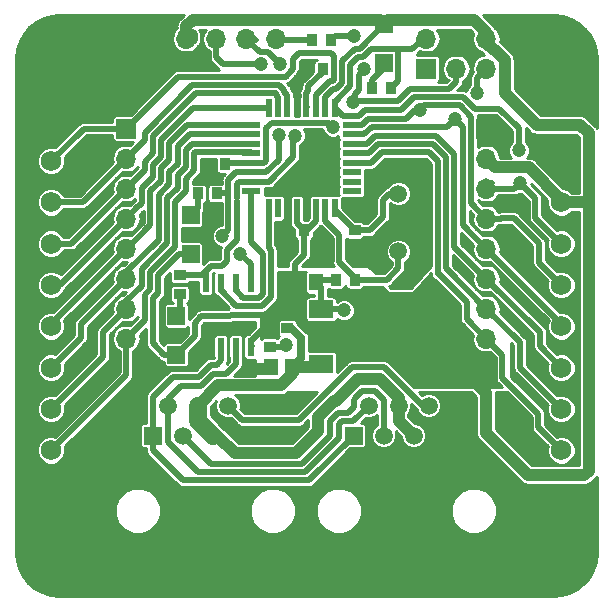
<source format=gtl>
G04 #@! TF.GenerationSoftware,KiCad,Pcbnew,(6.0.0-rc1-dev-254-g7fa5456d7-dirty)*
G04 #@! TF.CreationDate,2018-11-09T09:56:40+01:00*
G04 #@! TF.ProjectId,sejf,73656A662E6B696361645F7063620000,rev?*
G04 #@! TF.SameCoordinates,Original*
G04 #@! TF.FileFunction,Copper,L1,Top,Signal*
G04 #@! TF.FilePolarity,Positive*
%FSLAX46Y46*%
G04 Gerber Fmt 4.6, Leading zero omitted, Abs format (unit mm)*
G04 Created by KiCad (PCBNEW (6.0.0-rc1-dev-254-g7fa5456d7-dirty)) date Fri Nov  9 09:56:40 2018*
%MOMM*%
%LPD*%
G01*
G04 APERTURE LIST*
G04 #@! TA.AperFunction,ComponentPad*
%ADD10O,1.700000X1.700000*%
G04 #@! TD*
G04 #@! TA.AperFunction,ComponentPad*
%ADD11R,1.700000X1.700000*%
G04 #@! TD*
G04 #@! TA.AperFunction,SMDPad,CuDef*
%ADD12R,0.950000X1.000000*%
G04 #@! TD*
G04 #@! TA.AperFunction,ComponentPad*
%ADD13C,1.750000*%
G04 #@! TD*
G04 #@! TA.AperFunction,SMDPad,CuDef*
%ADD14R,1.000000X0.950000*%
G04 #@! TD*
G04 #@! TA.AperFunction,ComponentPad*
%ADD15C,1.500000*%
G04 #@! TD*
G04 #@! TA.AperFunction,ComponentPad*
%ADD16R,1.500000X1.500000*%
G04 #@! TD*
G04 #@! TA.AperFunction,SMDPad,CuDef*
%ADD17R,1.150000X1.450000*%
G04 #@! TD*
G04 #@! TA.AperFunction,SMDPad,CuDef*
%ADD18R,1.000000X0.900000*%
G04 #@! TD*
G04 #@! TA.AperFunction,SMDPad,CuDef*
%ADD19R,2.000000X3.800000*%
G04 #@! TD*
G04 #@! TA.AperFunction,SMDPad,CuDef*
%ADD20R,2.000000X1.500000*%
G04 #@! TD*
G04 #@! TA.AperFunction,ComponentPad*
%ADD21C,0.800000*%
G04 #@! TD*
G04 #@! TA.AperFunction,ComponentPad*
%ADD22C,6.400000*%
G04 #@! TD*
G04 #@! TA.AperFunction,SMDPad,CuDef*
%ADD23R,0.900000X1.000000*%
G04 #@! TD*
G04 #@! TA.AperFunction,SMDPad,CuDef*
%ADD24R,0.550000X1.600000*%
G04 #@! TD*
G04 #@! TA.AperFunction,SMDPad,CuDef*
%ADD25R,1.600000X0.550000*%
G04 #@! TD*
G04 #@! TA.AperFunction,SMDPad,CuDef*
%ADD26R,0.600000X1.550000*%
G04 #@! TD*
G04 #@! TA.AperFunction,SMDPad,CuDef*
%ADD27R,1.500000X1.500000*%
G04 #@! TD*
G04 #@! TA.AperFunction,ViaPad*
%ADD28C,1.200000*%
G04 #@! TD*
G04 #@! TA.AperFunction,Conductor*
%ADD29C,0.500000*%
G04 #@! TD*
G04 #@! TA.AperFunction,Conductor*
%ADD30C,1.000000*%
G04 #@! TD*
G04 #@! TA.AperFunction,Conductor*
%ADD31C,0.700000*%
G04 #@! TD*
G04 #@! TA.AperFunction,Conductor*
%ADD32C,1.500000*%
G04 #@! TD*
G04 #@! TA.AperFunction,Conductor*
%ADD33C,0.254000*%
G04 #@! TD*
G04 APERTURE END LIST*
D10*
G04 #@! TO.P,J6,6*
G04 #@! TO.N,VCC*
X130240000Y-70380000D03*
G04 #@! TO.P,J6,5*
G04 #@! TO.N,/D11*
X130240000Y-72920000D03*
G04 #@! TO.P,J6,4*
G04 #@! TO.N,GND*
X127700000Y-70380000D03*
G04 #@! TO.P,J6,3*
G04 #@! TO.N,/RESET*
X127700000Y-72920000D03*
G04 #@! TO.P,J6,2*
G04 #@! TO.N,/D13*
X125160000Y-70380000D03*
D11*
G04 #@! TO.P,J6,1*
G04 #@! TO.N,/D12*
X125160000Y-72920000D03*
G04 #@! TD*
D12*
G04 #@! TO.P,C2,1*
G04 #@! TO.N,/DTR*
X115500000Y-70500000D03*
G04 #@! TO.P,C2,2*
G04 #@! TO.N,/RESET*
X117100000Y-70500000D03*
G04 #@! TD*
D13*
G04 #@! TO.P,J4,8*
G04 #@! TO.N,/D8*
X136600000Y-105250000D03*
G04 #@! TO.P,J4,7*
G04 #@! TO.N,/D9*
X136600000Y-101750000D03*
G04 #@! TO.P,J4,6*
G04 #@! TO.N,/D10*
X136600000Y-98250000D03*
G04 #@! TO.P,J4,5*
G04 #@! TO.N,/D11*
X136600000Y-94750000D03*
G04 #@! TO.P,J4,4*
G04 #@! TO.N,/D12*
X136600000Y-91250000D03*
G04 #@! TO.P,J4,3*
G04 #@! TO.N,/D13*
X136600000Y-87750000D03*
G04 #@! TO.P,J4,2*
G04 #@! TO.N,VCC*
X136600000Y-84250000D03*
G04 #@! TO.P,J4,1*
G04 #@! TO.N,GND*
X136600000Y-80750000D03*
G04 #@! TD*
G04 #@! TO.P,J5,1*
G04 #@! TO.N,/A5*
X93400000Y-105250000D03*
G04 #@! TO.P,J5,2*
G04 #@! TO.N,/A4*
X93400000Y-101750000D03*
G04 #@! TO.P,J5,3*
G04 #@! TO.N,/A3*
X93400000Y-98250000D03*
G04 #@! TO.P,J5,4*
G04 #@! TO.N,/A2*
X93400000Y-94750000D03*
G04 #@! TO.P,J5,5*
G04 #@! TO.N,/A1*
X93400000Y-91250000D03*
G04 #@! TO.P,J5,6*
G04 #@! TO.N,/A0*
X93400000Y-87750000D03*
G04 #@! TO.P,J5,7*
G04 #@! TO.N,/A7*
X93400000Y-84250000D03*
G04 #@! TO.P,J5,8*
G04 #@! TO.N,/A6*
X93400000Y-80750000D03*
G04 #@! TD*
D11*
G04 #@! TO.P,J2,1*
G04 #@! TO.N,GND*
X99760000Y-70380000D03*
D10*
G04 #@! TO.P,J2,2*
X102300000Y-70380000D03*
G04 #@! TO.P,J2,3*
G04 #@! TO.N,VCC*
X104840000Y-70380000D03*
G04 #@! TO.P,J2,4*
G04 #@! TO.N,/RXI*
X107380000Y-70380000D03*
G04 #@! TO.P,J2,5*
G04 #@! TO.N,/TXO*
X109920000Y-70380000D03*
G04 #@! TO.P,J2,6*
G04 #@! TO.N,/DTR*
X112460000Y-70380000D03*
G04 #@! TD*
D12*
G04 #@! TO.P,C7,2*
G04 #@! TO.N,GND*
X113200000Y-86600000D03*
G04 #@! TO.P,C7,1*
G04 #@! TO.N,VCC*
X114800000Y-86600000D03*
G04 #@! TD*
D14*
G04 #@! TO.P,C8,1*
G04 #@! TO.N,VCC*
X111900000Y-94900000D03*
G04 #@! TO.P,C8,2*
G04 #@! TO.N,GND*
X111900000Y-96500000D03*
G04 #@! TD*
D15*
G04 #@! TO.P,J1,8*
G04 #@! TO.N,GND*
X127890000Y-101460000D03*
G04 #@! TO.P,J1,7*
X126620000Y-104000000D03*
G04 #@! TO.P,J1,6*
G04 #@! TO.N,Net-(J1-Pad6)*
X125350000Y-101460000D03*
G04 #@! TO.P,J1,5*
G04 #@! TO.N,/VCC_IN*
X124080000Y-104000000D03*
G04 #@! TO.P,J1,4*
X122810000Y-101460000D03*
G04 #@! TO.P,J1,3*
G04 #@! TO.N,Net-(J1-Pad3)*
X121540000Y-104000000D03*
G04 #@! TO.P,J1,2*
G04 #@! TO.N,/EIA485-B*
X120270000Y-101460000D03*
D16*
G04 #@! TO.P,J1,1*
G04 #@! TO.N,/EIA485-A*
X119000000Y-104000000D03*
G04 #@! TD*
G04 #@! TO.P,J3,1*
G04 #@! TO.N,/EIA485-A*
X102005000Y-104000000D03*
D15*
G04 #@! TO.P,J3,2*
G04 #@! TO.N,/EIA485-B*
X103275000Y-101460000D03*
G04 #@! TO.P,J3,3*
G04 #@! TO.N,Net-(J1-Pad3)*
X104545000Y-104000000D03*
G04 #@! TO.P,J3,4*
G04 #@! TO.N,/VCC_IN*
X105815000Y-101460000D03*
G04 #@! TO.P,J3,5*
X107085000Y-104000000D03*
G04 #@! TO.P,J3,6*
G04 #@! TO.N,Net-(J1-Pad6)*
X108355000Y-101460000D03*
G04 #@! TO.P,J3,7*
G04 #@! TO.N,GND*
X109625000Y-104000000D03*
G04 #@! TO.P,J3,8*
X110895000Y-101460000D03*
G04 #@! TD*
D17*
G04 #@! TO.P,C5,2*
G04 #@! TO.N,GND*
X112000000Y-98200000D03*
G04 #@! TO.P,C5,1*
G04 #@! TO.N,/VCC_IN*
X113800000Y-98200000D03*
G04 #@! TD*
G04 #@! TO.P,C6,1*
G04 #@! TO.N,VCC*
X114000000Y-91000000D03*
G04 #@! TO.P,C6,2*
G04 #@! TO.N,GND*
X115800000Y-91000000D03*
G04 #@! TD*
D18*
G04 #@! TO.P,R5,1*
G04 #@! TO.N,VCC*
X113400000Y-93300000D03*
G04 #@! TO.P,R5,2*
G04 #@! TO.N,/VCC_IN*
X113400000Y-94900000D03*
G04 #@! TD*
D19*
G04 #@! TO.P,U3,2*
G04 #@! TO.N,VCC*
X122550000Y-95600000D03*
D20*
X116250000Y-95600000D03*
G04 #@! TO.P,U3,3*
G04 #@! TO.N,/VCC_IN*
X116250000Y-97900000D03*
G04 #@! TO.P,U3,1*
G04 #@! TO.N,GND*
X116250000Y-93300000D03*
G04 #@! TD*
D10*
G04 #@! TO.P,J7,8*
G04 #@! TO.N,/D8*
X130240000Y-95780000D03*
G04 #@! TO.P,J7,7*
G04 #@! TO.N,/D9*
X130240000Y-93240000D03*
G04 #@! TO.P,J7,6*
G04 #@! TO.N,/D10*
X130240000Y-90700000D03*
G04 #@! TO.P,J7,5*
G04 #@! TO.N,/D11*
X130240000Y-88160000D03*
G04 #@! TO.P,J7,4*
G04 #@! TO.N,/D12*
X130240000Y-85620000D03*
G04 #@! TO.P,J7,3*
G04 #@! TO.N,/D13*
X130240000Y-83080000D03*
G04 #@! TO.P,J7,2*
G04 #@! TO.N,VCC*
X130240000Y-80540000D03*
D11*
G04 #@! TO.P,J7,1*
G04 #@! TO.N,GND*
X130240000Y-78000000D03*
G04 #@! TD*
G04 #@! TO.P,J8,1*
G04 #@! TO.N,/A6*
X99760000Y-78000000D03*
D10*
G04 #@! TO.P,J8,2*
G04 #@! TO.N,/A7*
X99760000Y-80540000D03*
G04 #@! TO.P,J8,3*
G04 #@! TO.N,/A0*
X99760000Y-83080000D03*
G04 #@! TO.P,J8,4*
G04 #@! TO.N,/A1*
X99760000Y-85620000D03*
G04 #@! TO.P,J8,5*
G04 #@! TO.N,/A2*
X99760000Y-88160000D03*
G04 #@! TO.P,J8,6*
G04 #@! TO.N,/A3*
X99760000Y-90700000D03*
G04 #@! TO.P,J8,7*
G04 #@! TO.N,/A4*
X99760000Y-93240000D03*
G04 #@! TO.P,J8,8*
G04 #@! TO.N,/A5*
X99760000Y-95780000D03*
G04 #@! TD*
D21*
G04 #@! TO.P,MK3,1*
G04 #@! TO.N,GND*
X137697056Y-112302944D03*
X136000000Y-111600000D03*
X134302944Y-112302944D03*
X133600000Y-114000000D03*
X134302944Y-115697056D03*
X136000000Y-116400000D03*
X137697056Y-115697056D03*
X138400000Y-114000000D03*
D22*
X136000000Y-114000000D03*
G04 #@! TD*
G04 #@! TO.P,MK2,1*
G04 #@! TO.N,GND*
X136000000Y-72000000D03*
D21*
X138400000Y-72000000D03*
X137697056Y-73697056D03*
X136000000Y-74400000D03*
X134302944Y-73697056D03*
X133600000Y-72000000D03*
X134302944Y-70302944D03*
X136000000Y-69600000D03*
X137697056Y-70302944D03*
G04 #@! TD*
G04 #@! TO.P,MK1,1*
G04 #@! TO.N,GND*
X95697056Y-112302944D03*
X94000000Y-111600000D03*
X92302944Y-112302944D03*
X91600000Y-114000000D03*
X92302944Y-115697056D03*
X94000000Y-116400000D03*
X95697056Y-115697056D03*
X96400000Y-114000000D03*
D22*
X94000000Y-114000000D03*
G04 #@! TD*
G04 #@! TO.P,MK4,1*
G04 #@! TO.N,GND*
X94000000Y-72000000D03*
D21*
X96400000Y-72000000D03*
X95697056Y-73697056D03*
X94000000Y-74400000D03*
X92302944Y-73697056D03*
X91600000Y-72000000D03*
X92302944Y-70302944D03*
X94000000Y-69600000D03*
X95697056Y-70302944D03*
G04 #@! TD*
D15*
G04 #@! TO.P,Y1,1*
G04 #@! TO.N,Net-(C3-Pad2)*
X122800000Y-88400000D03*
G04 #@! TO.P,Y1,2*
G04 #@! TO.N,Net-(C4-Pad2)*
X122800000Y-83520000D03*
G04 #@! TD*
D12*
G04 #@! TO.P,C1,2*
G04 #@! TO.N,GND*
X114800000Y-73000000D03*
G04 #@! TO.P,C1,1*
G04 #@! TO.N,Net-(C1-Pad1)*
X116400000Y-73000000D03*
G04 #@! TD*
G04 #@! TO.P,C3,1*
G04 #@! TO.N,GND*
X117500000Y-90800000D03*
G04 #@! TO.P,C3,2*
G04 #@! TO.N,Net-(C3-Pad2)*
X119100000Y-90800000D03*
G04 #@! TD*
D14*
G04 #@! TO.P,C4,2*
G04 #@! TO.N,Net-(C4-Pad2)*
X119100000Y-86600000D03*
G04 #@! TO.P,C4,1*
G04 #@! TO.N,GND*
X119100000Y-88200000D03*
G04 #@! TD*
D23*
G04 #@! TO.P,R1,2*
G04 #@! TO.N,GND*
X106500000Y-81000000D03*
G04 #@! TO.P,R1,1*
G04 #@! TO.N,/RESET*
X108100000Y-81000000D03*
G04 #@! TD*
G04 #@! TO.P,R4,1*
G04 #@! TO.N,Net-(D3-Pad1)*
X105800000Y-83500000D03*
G04 #@! TO.P,R4,2*
G04 #@! TO.N,/RXI*
X107400000Y-83500000D03*
G04 #@! TD*
G04 #@! TO.P,R2,2*
G04 #@! TO.N,/D13*
X122200000Y-74600000D03*
G04 #@! TO.P,R2,1*
G04 #@! TO.N,Net-(D1-Pad1)*
X120600000Y-74600000D03*
G04 #@! TD*
D18*
G04 #@! TO.P,R3,1*
G04 #@! TO.N,Net-(D2-Pad1)*
X104300000Y-92000000D03*
G04 #@! TO.P,R3,2*
G04 #@! TO.N,/TXO*
X104300000Y-90400000D03*
G04 #@! TD*
D24*
G04 #@! TO.P,U1,1*
G04 #@! TO.N,/D3*
X111800000Y-84750000D03*
G04 #@! TO.P,U1,2*
G04 #@! TO.N,/D4*
X112600000Y-84750000D03*
G04 #@! TO.P,U1,3*
G04 #@! TO.N,GND*
X113400000Y-84750000D03*
G04 #@! TO.P,U1,4*
G04 #@! TO.N,VCC*
X114200000Y-84750000D03*
G04 #@! TO.P,U1,5*
G04 #@! TO.N,GND*
X115000000Y-84750000D03*
G04 #@! TO.P,U1,6*
G04 #@! TO.N,VCC*
X115800000Y-84750000D03*
G04 #@! TO.P,U1,7*
G04 #@! TO.N,Net-(C3-Pad2)*
X116600000Y-84750000D03*
G04 #@! TO.P,U1,8*
G04 #@! TO.N,Net-(C4-Pad2)*
X117400000Y-84750000D03*
D25*
G04 #@! TO.P,U1,9*
G04 #@! TO.N,/D5*
X118850000Y-83300000D03*
G04 #@! TO.P,U1,10*
G04 #@! TO.N,/D6*
X118850000Y-82500000D03*
G04 #@! TO.P,U1,11*
G04 #@! TO.N,/D7*
X118850000Y-81700000D03*
G04 #@! TO.P,U1,12*
G04 #@! TO.N,/D8*
X118850000Y-80900000D03*
G04 #@! TO.P,U1,13*
G04 #@! TO.N,/D9*
X118850000Y-80100000D03*
G04 #@! TO.P,U1,14*
G04 #@! TO.N,/D10*
X118850000Y-79300000D03*
G04 #@! TO.P,U1,15*
G04 #@! TO.N,/D11*
X118850000Y-78500000D03*
G04 #@! TO.P,U1,16*
G04 #@! TO.N,/D12*
X118850000Y-77700000D03*
D24*
G04 #@! TO.P,U1,17*
G04 #@! TO.N,/D13*
X117400000Y-76250000D03*
G04 #@! TO.P,U1,18*
G04 #@! TO.N,VCC*
X116600000Y-76250000D03*
G04 #@! TO.P,U1,19*
G04 #@! TO.N,/A6*
X115800000Y-76250000D03*
G04 #@! TO.P,U1,20*
G04 #@! TO.N,Net-(C1-Pad1)*
X115000000Y-76250000D03*
G04 #@! TO.P,U1,21*
G04 #@! TO.N,GND*
X114200000Y-76250000D03*
G04 #@! TO.P,U1,22*
G04 #@! TO.N,/A7*
X113400000Y-76250000D03*
G04 #@! TO.P,U1,23*
G04 #@! TO.N,/A0*
X112600000Y-76250000D03*
G04 #@! TO.P,U1,24*
G04 #@! TO.N,/A1*
X111800000Y-76250000D03*
D25*
G04 #@! TO.P,U1,25*
G04 #@! TO.N,/A2*
X110350000Y-77700000D03*
G04 #@! TO.P,U1,26*
G04 #@! TO.N,/A3*
X110350000Y-78500000D03*
G04 #@! TO.P,U1,27*
G04 #@! TO.N,/A4*
X110350000Y-79300000D03*
G04 #@! TO.P,U1,28*
G04 #@! TO.N,/A5*
X110350000Y-80100000D03*
G04 #@! TO.P,U1,29*
G04 #@! TO.N,/RESET*
X110350000Y-80900000D03*
G04 #@! TO.P,U1,30*
G04 #@! TO.N,/RXI*
X110350000Y-81700000D03*
G04 #@! TO.P,U1,31*
G04 #@! TO.N,/TXO*
X110350000Y-82500000D03*
G04 #@! TO.P,U1,32*
G04 #@! TO.N,/D2*
X110350000Y-83300000D03*
G04 #@! TD*
D26*
G04 #@! TO.P,U2,1*
G04 #@! TO.N,/RXI*
X110305000Y-91100000D03*
G04 #@! TO.P,U2,2*
G04 #@! TO.N,/D2*
X109035000Y-91100000D03*
G04 #@! TO.P,U2,3*
G04 #@! TO.N,/D3*
X107765000Y-91100000D03*
G04 #@! TO.P,U2,4*
G04 #@! TO.N,/TXO*
X106495000Y-91100000D03*
G04 #@! TO.P,U2,5*
G04 #@! TO.N,GND*
X106495000Y-96500000D03*
G04 #@! TO.P,U2,6*
G04 #@! TO.N,/EIA485-A*
X107765000Y-96500000D03*
G04 #@! TO.P,U2,7*
G04 #@! TO.N,/EIA485-B*
X109035000Y-96500000D03*
G04 #@! TO.P,U2,8*
G04 #@! TO.N,VCC*
X110305000Y-96500000D03*
G04 #@! TD*
D27*
G04 #@! TO.P,D1,1*
G04 #@! TO.N,Net-(D1-Pad1)*
X121600000Y-72450000D03*
G04 #@! TO.P,D1,2*
G04 #@! TO.N,VCC*
X121600000Y-69150000D03*
G04 #@! TD*
G04 #@! TO.P,D2,1*
G04 #@! TO.N,Net-(D2-Pad1)*
X104000000Y-93850000D03*
G04 #@! TO.P,D2,2*
G04 #@! TO.N,VCC*
X104000000Y-97150000D03*
G04 #@! TD*
G04 #@! TO.P,D3,2*
G04 #@! TO.N,VCC*
X105200000Y-88650000D03*
G04 #@! TO.P,D3,1*
G04 #@! TO.N,Net-(D3-Pad1)*
X105200000Y-85350000D03*
G04 #@! TD*
D28*
G04 #@! TO.N,GND*
X114350000Y-82850000D03*
X110600000Y-98399990D03*
X106500000Y-82200000D03*
X121000000Y-82000000D03*
X116200000Y-88200000D03*
X132600000Y-102600000D03*
X122800000Y-86000000D03*
X118200000Y-93400000D03*
X120600000Y-88200000D03*
X114115623Y-74312582D03*
X113300000Y-96300000D03*
X106699998Y-94950010D03*
X105652578Y-92798210D03*
G04 #@! TO.N,/RESET*
X117249988Y-77850003D03*
X118924936Y-75724936D03*
X119012066Y-70198920D03*
X119893664Y-72995278D03*
G04 #@! TO.N,/TXO*
X114049392Y-78601482D03*
X112794275Y-72549967D03*
G04 #@! TO.N,/RXI*
X112650001Y-78550001D03*
X111200000Y-72549959D03*
X107900000Y-87100000D03*
X109419471Y-88619471D03*
G04 #@! TO.N,/D13*
X132998320Y-79859827D03*
X133100000Y-82600000D03*
G04 #@! TO.N,/D11*
X127600000Y-77200000D03*
X129459998Y-75031090D03*
G04 #@! TO.N,/D12*
X124600000Y-76400000D03*
G04 #@! TD*
D29*
G04 #@! TO.N,Net-(C1-Pad1)*
X115000000Y-76250000D02*
X115050001Y-76199999D01*
X116400000Y-73185002D02*
X116400000Y-73000000D01*
X115165624Y-74816583D02*
X115165624Y-74419378D01*
X115165624Y-74419378D02*
X116400000Y-73185002D01*
X115000000Y-74982207D02*
X115165624Y-74816583D01*
X115000000Y-76250000D02*
X115000000Y-74982207D01*
D30*
G04 #@! TO.N,GND*
X127890000Y-102730000D02*
X126620000Y-104000000D01*
X127890000Y-101460000D02*
X127890000Y-102730000D01*
D29*
X113750000Y-82850000D02*
X114350000Y-82850000D01*
X113400000Y-84750000D02*
X113400000Y-83200000D01*
X113400000Y-83200000D02*
X113750000Y-82850000D01*
X114700000Y-82850000D02*
X114350000Y-82850000D01*
X115000000Y-84750000D02*
X115000000Y-83150000D01*
X115000000Y-83150000D02*
X114700000Y-82850000D01*
X113400000Y-86400000D02*
X113200000Y-86600000D01*
X113400000Y-84750000D02*
X113400000Y-86400000D01*
D30*
X112000000Y-98200000D02*
X111800000Y-98200000D01*
X111800000Y-98200000D02*
X111600010Y-98399990D01*
X111600010Y-98399990D02*
X110600000Y-98399990D01*
D29*
X106500000Y-81000000D02*
X106500000Y-82200000D01*
X127640000Y-70160000D02*
X127640000Y-70240000D01*
X116000000Y-90800000D02*
X115800000Y-91000000D01*
X117500000Y-90800000D02*
X116000000Y-90800000D01*
X116250000Y-91450000D02*
X115800000Y-91000000D01*
X116250000Y-93300000D02*
X116250000Y-91450000D01*
X116250000Y-93300000D02*
X118100000Y-93300000D01*
X118100000Y-93300000D02*
X118200000Y-93400000D01*
X119100000Y-88200000D02*
X120600000Y-88200000D01*
X114800000Y-73000000D02*
X114400000Y-73400000D01*
X114252598Y-74210099D02*
X114150115Y-74312582D01*
X114400000Y-73400000D02*
X114400000Y-74028205D01*
X114150115Y-74312582D02*
X114115623Y-74312582D01*
X114200000Y-76250000D02*
X114200000Y-74396959D01*
X114400000Y-74028205D02*
X114115623Y-74312582D01*
X114200000Y-74396959D02*
X114115623Y-74312582D01*
X111900000Y-96500000D02*
X113100000Y-96500000D01*
X113100000Y-96500000D02*
X113300000Y-96300000D01*
X106495000Y-95155008D02*
X106699998Y-94950010D01*
X106495000Y-96500000D02*
X106495000Y-95155008D01*
G04 #@! TO.N,/RESET*
X111600001Y-77995135D02*
X112095135Y-77500001D01*
X111435002Y-80900000D02*
X111600001Y-80735001D01*
X116899986Y-77500001D02*
X117249988Y-77850003D01*
X112095135Y-77500001D02*
X116899986Y-77500001D01*
X111600001Y-80735001D02*
X111600001Y-77995135D01*
X110350000Y-80900000D02*
X111435002Y-80900000D01*
X108200000Y-80900000D02*
X108100000Y-81000000D01*
X110350000Y-80900000D02*
X108200000Y-80900000D01*
X123806044Y-74649987D02*
X127104017Y-74649987D01*
X120300000Y-75700000D02*
X122756031Y-75700000D01*
X122756031Y-75700000D02*
X123806044Y-74649987D01*
X127700000Y-74054004D02*
X127104017Y-74649987D01*
X127700000Y-72920000D02*
X127700000Y-74054004D01*
X120300000Y-75700000D02*
X118949872Y-75700000D01*
X118949872Y-75700000D02*
X118924936Y-75724936D01*
X117401080Y-70198920D02*
X119012066Y-70198920D01*
X117100000Y-70500000D02*
X117401080Y-70198920D01*
X119425034Y-73463908D02*
X119893664Y-72995278D01*
X119100000Y-75054897D02*
X119425034Y-74729863D01*
X120300000Y-75700000D02*
X119100000Y-75700000D01*
X119425034Y-74729863D02*
X119425034Y-73463908D01*
X119100000Y-75700000D02*
X119100000Y-75054897D01*
G04 #@! TO.N,/DTR*
X113020000Y-70500000D02*
X112900000Y-70380000D01*
X115500000Y-70500000D02*
X113020000Y-70500000D01*
G04 #@! TO.N,Net-(C3-Pad2)*
X116600000Y-85835002D02*
X117800000Y-87035002D01*
X116600000Y-84750000D02*
X116600000Y-85835002D01*
X119100000Y-90614998D02*
X119100000Y-90800000D01*
X117800000Y-89314998D02*
X119100000Y-90614998D01*
X117800000Y-87035002D02*
X117800000Y-89314998D01*
X119100000Y-90800000D02*
X119600000Y-90800000D01*
X122800000Y-88700000D02*
X122800000Y-89500000D01*
X119100000Y-90800000D02*
X121800000Y-90800000D01*
X122800000Y-89800000D02*
X122800000Y-89500000D01*
X121800000Y-90800000D02*
X122800000Y-89800000D01*
G04 #@! TO.N,Net-(C4-Pad2)*
X119100000Y-86600000D02*
X120400000Y-86600000D01*
X120400000Y-86600000D02*
X121500000Y-85500000D01*
X121500000Y-85500000D02*
X121500000Y-84020000D01*
X117400000Y-84900000D02*
X117400000Y-84750000D01*
X119100000Y-86600000D02*
X117400000Y-84900000D01*
X122000000Y-83520000D02*
X121500000Y-84020000D01*
X122800000Y-83520000D02*
X122000000Y-83520000D01*
G04 #@! TO.N,Net-(J1-Pad6)*
X124860000Y-101460000D02*
X125350000Y-101460000D01*
X121600000Y-98200000D02*
X124860000Y-101460000D01*
X118850011Y-98200000D02*
X121600000Y-98200000D01*
X114390010Y-102660001D02*
X118850011Y-98200000D01*
X108350000Y-101460000D02*
X109550001Y-102660001D01*
X109550001Y-102660001D02*
X114390010Y-102660001D01*
G04 #@! TO.N,Net-(J1-Pad3)*
X106940012Y-106400012D02*
X104540000Y-104000000D01*
X117000000Y-104000000D02*
X114599988Y-106400012D01*
X117700012Y-102099988D02*
X117000000Y-102800000D01*
X118500012Y-102099988D02*
X117700012Y-102099988D01*
X119000000Y-101600000D02*
X118500012Y-102099988D01*
X119000000Y-100953998D02*
X119000000Y-101600000D01*
X121540000Y-100953998D02*
X120786002Y-100200000D01*
X117000000Y-102800000D02*
X117000000Y-104000000D01*
X120786002Y-100200000D02*
X119743518Y-100200000D01*
X119743518Y-100200000D02*
X119200000Y-100743518D01*
X119200000Y-100743518D02*
X119200000Y-100753998D01*
X121540000Y-104000000D02*
X121540000Y-100953998D01*
X114599988Y-106400012D02*
X106940012Y-106400012D01*
X119200000Y-100753998D02*
X119000000Y-100953998D01*
G04 #@! TO.N,/TXO*
X111814932Y-82500000D02*
X113900000Y-80414932D01*
X113900000Y-78750874D02*
X114049392Y-78601482D01*
X113900000Y-80414932D02*
X113900000Y-78750874D01*
X110350000Y-82500000D02*
X111814932Y-82500000D01*
X110350000Y-82500000D02*
X109264998Y-82500000D01*
X109099999Y-82664999D02*
X109099999Y-83910035D01*
X109264998Y-82500000D02*
X109099999Y-82664999D01*
X109099998Y-84100002D02*
X109099998Y-87454004D01*
X106495000Y-90059002D02*
X106495000Y-91100000D01*
X106154002Y-90400000D02*
X106495000Y-90059002D01*
X104300000Y-90400000D02*
X106154002Y-90400000D01*
X108300000Y-88254002D02*
X108300000Y-89200000D01*
X109099998Y-87454004D02*
X108300000Y-88254002D01*
X107900000Y-89600000D02*
X106954002Y-89600000D01*
X108300000Y-89200000D02*
X107900000Y-89600000D01*
X106954002Y-89600000D02*
X106495000Y-90059002D01*
X110744308Y-70500000D02*
X110360000Y-70500000D01*
X110624308Y-70380000D02*
X110360000Y-70380000D01*
X111039958Y-71499958D02*
X109920000Y-70380000D01*
X111744266Y-71499958D02*
X111039958Y-71499958D01*
X112794275Y-72549967D02*
X111744266Y-71499958D01*
G04 #@! TO.N,/RXI*
X112650001Y-80674964D02*
X112650001Y-78550001D01*
X110350000Y-81700000D02*
X111624965Y-81700000D01*
X111624965Y-81700000D02*
X112650001Y-80674964D01*
X110350000Y-81700000D02*
X109075033Y-81700000D01*
X108399988Y-86600012D02*
X107900000Y-87100000D01*
X109075033Y-81700000D02*
X108399988Y-82375045D01*
X107400000Y-83500000D02*
X108399988Y-83500000D01*
X108399988Y-82375045D02*
X108399988Y-83500000D01*
X108399988Y-83500000D02*
X108399988Y-86600012D01*
X110305000Y-89505000D02*
X109419471Y-88619471D01*
X110305000Y-91100000D02*
X110305000Y-89505000D01*
X111200000Y-72549959D02*
X107949959Y-72549959D01*
X107380000Y-71980000D02*
X107380000Y-70380000D01*
X107949959Y-72549959D02*
X107380000Y-71980000D01*
G04 #@! TO.N,VCC*
X114200000Y-86000000D02*
X114800000Y-86600000D01*
X114200000Y-84750000D02*
X114200000Y-86000000D01*
X115035002Y-86600000D02*
X114800000Y-86600000D01*
X115800000Y-85835002D02*
X115035002Y-86600000D01*
X115800000Y-84750000D02*
X115800000Y-85835002D01*
X114800000Y-86600000D02*
X114800000Y-86800000D01*
X110405000Y-96400000D02*
X110305000Y-96500000D01*
X114800000Y-86600000D02*
X114800000Y-88700000D01*
X114000000Y-89500000D02*
X114000000Y-91000000D01*
X114800000Y-88700000D02*
X114000000Y-89500000D01*
D30*
X125429999Y-68829999D02*
X125400000Y-68800000D01*
X129229999Y-68829999D02*
X125429999Y-68829999D01*
X125400000Y-68800000D02*
X121950000Y-68800000D01*
X130240000Y-70380000D02*
X130240000Y-69840000D01*
X121950000Y-68800000D02*
X121600000Y-69150000D01*
X130240000Y-69840000D02*
X129229999Y-68829999D01*
X105280000Y-70380000D02*
X105280000Y-70120000D01*
X130240000Y-70740000D02*
X130240000Y-70380000D01*
X130869999Y-71369999D02*
X130240000Y-70740000D01*
X131790001Y-72290001D02*
X131790001Y-72175999D01*
X138900000Y-78400000D02*
X138200000Y-77700000D01*
X138900000Y-83200000D02*
X138900000Y-78400000D01*
X131790001Y-72175999D02*
X130984001Y-71369999D01*
X138200000Y-77700000D02*
X134500000Y-77700000D01*
X134500000Y-77700000D02*
X131800000Y-75000000D01*
X130984001Y-71369999D02*
X130869999Y-71369999D01*
X131800000Y-75000000D02*
X131800000Y-72300000D01*
X131800000Y-72300000D02*
X131790001Y-72290001D01*
D29*
X102049966Y-92313966D02*
X102460023Y-91903909D01*
X104000000Y-97150000D02*
X102950000Y-97150000D01*
X102000000Y-96200000D02*
X102000000Y-92363930D01*
X102000000Y-92363930D02*
X102049966Y-92313966D01*
X102950000Y-97150000D02*
X102000000Y-96200000D01*
X102460023Y-91903909D02*
X102460023Y-90439977D01*
X104250000Y-88650000D02*
X105200000Y-88650000D01*
X102460023Y-90439977D02*
X104250000Y-88650000D01*
D30*
X125400000Y-95600000D02*
X122550000Y-95600000D01*
X138900000Y-107000000D02*
X138549999Y-107350001D01*
X138549999Y-107350001D02*
X133750001Y-107350001D01*
X130200000Y-100400000D02*
X125400000Y-95600000D01*
X133750001Y-107350001D02*
X130200000Y-103800000D01*
X130200000Y-103800000D02*
X130200000Y-100400000D01*
X136600000Y-84075996D02*
X136600000Y-84250000D01*
X133824002Y-81299998D02*
X136600000Y-84075996D01*
X130999998Y-81299998D02*
X133824002Y-81299998D01*
X130240000Y-80540000D02*
X130999998Y-81299998D01*
X138850000Y-84250000D02*
X138900000Y-84200000D01*
X136600000Y-84250000D02*
X138850000Y-84250000D01*
X138900000Y-83200000D02*
X138900000Y-84200000D01*
X138900000Y-84200000D02*
X138900000Y-107000000D01*
D29*
X116250000Y-95600000D02*
X115700000Y-95600000D01*
X116000000Y-95600000D02*
X116250000Y-95600000D01*
X114200000Y-91200000D02*
X114000000Y-91000000D01*
X111900000Y-93900000D02*
X111900000Y-94900000D01*
X111800000Y-93800000D02*
X111900000Y-93900000D01*
X110305000Y-96025000D02*
X110305000Y-96500000D01*
X111430000Y-94900000D02*
X110305000Y-96025000D01*
X111900000Y-94900000D02*
X111430000Y-94900000D01*
D31*
X115809998Y-95600000D02*
X114500000Y-94290002D01*
X116250000Y-95600000D02*
X115809998Y-95600000D01*
X114500000Y-94059998D02*
X113740002Y-93300000D01*
X113740002Y-93300000D02*
X113400000Y-93300000D01*
X114500000Y-94290002D02*
X114500000Y-94059998D01*
X113400000Y-91600000D02*
X114000000Y-91000000D01*
X113400000Y-93300000D02*
X113400000Y-91600000D01*
X111800000Y-93700000D02*
X111800000Y-93800000D01*
X112200000Y-93300000D02*
X111800000Y-93700000D01*
X113400000Y-93300000D02*
X112200000Y-93300000D01*
D29*
X105549998Y-95600002D02*
X104000000Y-97150000D01*
X105549998Y-94450002D02*
X105549998Y-95600002D01*
X106100000Y-93900000D02*
X105549998Y-94450002D01*
X108500000Y-93900000D02*
X106100000Y-93900000D01*
X111800000Y-93800000D02*
X108600000Y-93800000D01*
X108600000Y-93800000D02*
X108500000Y-93900000D01*
X121600000Y-69150000D02*
X119504734Y-71245266D01*
X117277546Y-74650012D02*
X116600000Y-75327558D01*
X116600000Y-75327558D02*
X116600000Y-76250000D01*
X117524955Y-74650012D02*
X117277546Y-74650012D01*
X118025012Y-74149955D02*
X117524955Y-74650012D01*
X118025012Y-72319963D02*
X118025012Y-74149955D01*
X119099709Y-71245266D02*
X118025012Y-72319963D01*
X119504734Y-71245266D02*
X119099709Y-71245266D01*
D30*
X104840000Y-69360000D02*
X104840000Y-70380000D01*
X105400000Y-68800000D02*
X104840000Y-69360000D01*
X121600000Y-69150000D02*
X121250000Y-68800000D01*
X121250000Y-68800000D02*
X105400000Y-68800000D01*
D29*
G04 #@! TO.N,/D13*
X124839007Y-70420993D02*
X125100000Y-70160000D01*
X122800000Y-74000000D02*
X122800000Y-71300000D01*
X122200000Y-74600000D02*
X122800000Y-74000000D01*
X123960000Y-71300000D02*
X124700000Y-70560000D01*
X122800000Y-71300000D02*
X123960000Y-71300000D01*
X130240000Y-82464002D02*
X130240000Y-83080000D01*
X119999990Y-76400010D02*
X123045986Y-76400010D01*
X129260087Y-76316118D02*
X131316118Y-76316118D01*
X132998320Y-77998320D02*
X132998320Y-79859827D01*
X128293965Y-75349996D02*
X129260087Y-76316118D01*
X119449987Y-76950013D02*
X119999990Y-76400010D01*
X118100013Y-76950013D02*
X119449987Y-76950013D01*
X117400000Y-76250000D02*
X118100013Y-76950013D01*
X131316118Y-76316118D02*
X132998320Y-77998320D01*
X123045986Y-76400010D02*
X124096000Y-75349996D01*
X124096000Y-75349996D02*
X128293965Y-75349996D01*
X130240000Y-83080000D02*
X130720000Y-82600000D01*
X132620000Y-83080000D02*
X133100000Y-82600000D01*
X130240000Y-83080000D02*
X132620000Y-83080000D01*
X133100000Y-82600000D02*
X134400000Y-83900000D01*
X134400000Y-85550000D02*
X136600000Y-87750000D01*
X134400000Y-83900000D02*
X134400000Y-85550000D01*
X120489999Y-71249999D02*
X119794721Y-71945277D01*
X119794721Y-71945277D02*
X119389663Y-71945277D01*
X122749999Y-71249999D02*
X120489999Y-71249999D01*
X117400000Y-75764932D02*
X117400000Y-76250000D01*
X118725023Y-74439909D02*
X117400000Y-75764932D01*
X122800000Y-71300000D02*
X122749999Y-71249999D01*
X118725023Y-72609917D02*
X118725023Y-74439909D01*
X119389663Y-71945277D02*
X118725023Y-72609917D01*
G04 #@! TO.N,/D2*
X109644999Y-92325001D02*
X110965001Y-92325001D01*
X109035000Y-91100000D02*
X109035000Y-91715002D01*
X110965001Y-92325001D02*
X111299989Y-91990012D01*
X111299989Y-88599989D02*
X110350000Y-87650000D01*
X110350000Y-87650000D02*
X110350000Y-83300000D01*
X111299989Y-91990012D02*
X111299989Y-88599989D01*
X109035000Y-91715002D02*
X109644999Y-92325001D01*
G04 #@! TO.N,/D3*
X111800000Y-88100000D02*
X111800000Y-84750000D01*
X107765000Y-91715002D02*
X109075009Y-93025011D01*
X107765000Y-91100000D02*
X107765000Y-91715002D01*
X112000000Y-88300000D02*
X111800000Y-88100000D01*
X109075009Y-93025011D02*
X111274988Y-93025012D01*
X111274988Y-93025012D02*
X112000000Y-92300000D01*
X112000000Y-92300000D02*
X112000000Y-88300000D01*
G04 #@! TO.N,/A1*
X101099959Y-84300041D02*
X100800000Y-84600000D01*
X101099959Y-83040182D02*
X101099959Y-84300041D01*
X105390140Y-76250000D02*
X102700018Y-78940122D01*
X100780000Y-84600000D02*
X99760000Y-85620000D01*
X111800000Y-76250000D02*
X105390140Y-76250000D01*
X102700018Y-78940122D02*
X102700018Y-80386118D01*
X102700018Y-80386118D02*
X102000011Y-81086125D01*
X102000011Y-81086125D02*
X102000011Y-82140133D01*
X100800000Y-84600000D02*
X100780000Y-84600000D01*
X102000011Y-82140133D02*
X101099959Y-83040182D01*
X94130000Y-91250000D02*
X93400000Y-91250000D01*
X99760000Y-85620000D02*
X94130000Y-91250000D01*
G04 #@! TO.N,/A2*
X104930105Y-77700000D02*
X110350000Y-77700000D01*
X103400029Y-79230076D02*
X104930105Y-77700000D01*
X103400029Y-80676072D02*
X103400029Y-79230076D01*
X102700022Y-81376079D02*
X103400029Y-80676072D01*
X99840000Y-88160000D02*
X101799967Y-86200033D01*
X101799969Y-83330137D02*
X102700022Y-82430086D01*
X101799967Y-86200033D02*
X101799967Y-83910045D01*
X101799967Y-83910045D02*
X101799969Y-83330137D01*
X102700022Y-82430086D02*
X102700022Y-81376079D01*
X93400000Y-94520000D02*
X93400000Y-94750000D01*
X99760000Y-88160000D02*
X93400000Y-94520000D01*
G04 #@! TO.N,/A0*
X101300000Y-81540000D02*
X99760000Y-83080000D01*
X112600000Y-75343969D02*
X112449987Y-75193956D01*
X112600000Y-76250000D02*
X112600000Y-75343969D01*
X112449987Y-75014987D02*
X112435001Y-75000000D01*
X102000007Y-80096164D02*
X101300000Y-80796171D01*
X105650176Y-75000000D02*
X102000007Y-78650168D01*
X101300000Y-80796171D02*
X101300000Y-81540000D01*
X112435001Y-75000000D02*
X105650176Y-75000000D01*
X112449987Y-75193956D02*
X112449987Y-75014987D01*
X102000007Y-78650168D02*
X102000007Y-80096164D01*
X95090000Y-87750000D02*
X93400000Y-87750000D01*
X99760000Y-83080000D02*
X95090000Y-87750000D01*
G04 #@! TO.N,/A3*
X105120070Y-78500000D02*
X110350000Y-78500000D01*
X104100040Y-79520030D02*
X105120070Y-78500000D01*
X104100040Y-80966026D02*
X104100040Y-79520030D01*
X102499978Y-87430128D02*
X102499978Y-83620092D01*
X102499978Y-83620092D02*
X103400033Y-82720039D01*
X99760000Y-90170104D02*
X102499978Y-87430128D01*
X103400033Y-82720039D02*
X103400033Y-81666033D01*
X103400033Y-81666033D02*
X104100040Y-80966026D01*
X95900000Y-95750000D02*
X93400000Y-98250000D01*
X99760000Y-90700000D02*
X95900000Y-94560000D01*
X95900000Y-94560000D02*
X95900000Y-95750000D01*
G04 #@! TO.N,/A4*
X105310035Y-79300000D02*
X104800051Y-79809984D01*
X103199988Y-83910050D02*
X103199988Y-87720081D01*
X103199988Y-87720081D02*
X101060001Y-89860069D01*
X104100042Y-81955989D02*
X104100042Y-83009995D01*
X101060001Y-91324001D02*
X99760000Y-92624002D01*
X104800051Y-81255980D02*
X104100042Y-81955989D01*
X110350000Y-79300000D02*
X105310035Y-79300000D01*
X104800051Y-79809984D02*
X104800051Y-81255980D01*
X104100042Y-83009995D02*
X103199989Y-83910046D01*
X103199989Y-83910046D02*
X103199988Y-83910050D01*
X101060001Y-89860069D02*
X101060001Y-91324001D01*
X99760000Y-93240000D02*
X97800000Y-95200000D01*
X97800000Y-97350000D02*
X93400000Y-101750000D01*
X97800000Y-95200000D02*
X97800000Y-97350000D01*
G04 #@! TO.N,/A5*
X101299989Y-94240011D02*
X99760000Y-95780000D01*
X101299989Y-92073977D02*
X101299989Y-94240011D01*
X101760012Y-91613955D02*
X101299989Y-92073977D01*
X103899999Y-88010035D02*
X101760012Y-90150023D01*
X101760012Y-90150023D02*
X101760012Y-91613955D01*
X104800053Y-82245943D02*
X104800053Y-83299949D01*
X105500062Y-81545934D02*
X104800053Y-82245943D01*
X104800053Y-83299949D02*
X103899999Y-84200003D01*
X105500062Y-80099938D02*
X105500062Y-81545934D01*
X105574999Y-80025001D02*
X105500062Y-80099938D01*
X110275001Y-80025001D02*
X105574999Y-80025001D01*
X103899999Y-84200003D02*
X103899999Y-88010035D01*
X110350000Y-80100000D02*
X110275001Y-80025001D01*
X99760000Y-98890000D02*
X93400000Y-105250000D01*
X99760000Y-95780000D02*
X99760000Y-98890000D01*
G04 #@! TO.N,/D11*
X118850000Y-78500000D02*
X119889962Y-78500000D01*
X129459998Y-73700002D02*
X129459998Y-75031090D01*
X126933923Y-77866077D02*
X127600000Y-77200000D01*
X130240000Y-72920000D02*
X129459998Y-73700002D01*
X120523885Y-77866077D02*
X126933923Y-77866077D01*
X119889962Y-78500000D02*
X120523885Y-77866077D01*
X128239988Y-77839988D02*
X127600000Y-77200000D01*
X128239988Y-86159988D02*
X128239988Y-77839988D01*
X130240000Y-88160000D02*
X128239988Y-86159988D01*
X136600000Y-94520000D02*
X136600000Y-94750000D01*
X130240000Y-88160000D02*
X136600000Y-94520000D01*
G04 #@! TO.N,/D12*
X124166067Y-76400000D02*
X124600000Y-76400000D01*
X120233933Y-77166067D02*
X123400000Y-77166067D01*
X123400000Y-77166067D02*
X124166067Y-76400000D01*
X118850000Y-77700000D02*
X119700000Y-77700000D01*
X119700000Y-77700000D02*
X120233933Y-77166067D01*
X128939999Y-84319999D02*
X130240000Y-85620000D01*
X128939999Y-76985995D02*
X128939999Y-84319999D01*
X124949991Y-76050009D02*
X128004013Y-76050009D01*
X124600000Y-76400000D02*
X124949991Y-76050009D01*
X128004013Y-76050009D02*
X128939999Y-76985995D01*
X131442081Y-85620000D02*
X131462081Y-85600000D01*
X130240000Y-85620000D02*
X131442081Y-85620000D01*
X131462081Y-85600000D02*
X132600000Y-85600000D01*
X132600000Y-85600000D02*
X134700000Y-87700000D01*
X134700000Y-89350000D02*
X136600000Y-91250000D01*
X134700000Y-87700000D02*
X134700000Y-89350000D01*
G04 #@! TO.N,/D8*
X125400000Y-80000000D02*
X121400000Y-80000000D01*
X126139955Y-80739955D02*
X125400000Y-80000000D01*
X121400000Y-80000000D02*
X120500000Y-80900000D01*
X120500000Y-80900000D02*
X118850000Y-80900000D01*
X131600000Y-97140000D02*
X130240000Y-95780000D01*
X131600000Y-99100000D02*
X131600000Y-97140000D01*
X134650000Y-102150000D02*
X131600000Y-99100000D01*
X136600000Y-105250000D02*
X134650000Y-103300000D01*
X134650000Y-103300000D02*
X134650000Y-102150000D01*
X126139955Y-90300000D02*
X126200000Y-90300000D01*
X126139955Y-90300000D02*
X126139955Y-80739955D01*
X128600000Y-92700000D02*
X128600000Y-94140000D01*
X126200000Y-90300000D02*
X128600000Y-92700000D01*
X130240000Y-95780000D02*
X128600000Y-94140000D01*
G04 #@! TO.N,/D10*
X130240000Y-90700000D02*
X130240000Y-90740000D01*
X127539977Y-80160047D02*
X127539977Y-87999977D01*
X127539977Y-87999977D02*
X130240000Y-90700000D01*
X125979908Y-78599978D02*
X127539977Y-80160047D01*
X120800022Y-78599978D02*
X125979908Y-78599978D01*
X120100000Y-79300000D02*
X120800022Y-78599978D01*
X118850000Y-79300000D02*
X120100000Y-79300000D01*
X134800000Y-96450000D02*
X136600000Y-98250000D01*
X130240000Y-90700000D02*
X134800000Y-95260000D01*
X134800000Y-95260000D02*
X134800000Y-96450000D01*
G04 #@! TO.N,/D9*
X126839966Y-80450001D02*
X126839966Y-89839966D01*
X121100011Y-79299989D02*
X125689954Y-79299989D01*
X125689954Y-79299989D02*
X126839966Y-80450001D01*
X126839966Y-89839966D02*
X130240000Y-93240000D01*
X120300000Y-80100000D02*
X121100011Y-79299989D01*
X118850000Y-80100000D02*
X120300000Y-80100000D01*
X133100000Y-98250000D02*
X136600000Y-101750000D01*
X130240000Y-93240000D02*
X133100000Y-96100000D01*
X133100000Y-96100000D02*
X133100000Y-98250000D01*
G04 #@! TO.N,/A6*
X96150000Y-78000000D02*
X93400000Y-80750000D01*
X99760000Y-78000000D02*
X96150000Y-78000000D01*
X115800000Y-75137593D02*
X116987592Y-73950001D01*
X117325001Y-71839999D02*
X117085002Y-71600000D01*
X113699989Y-73146007D02*
X113246019Y-73599977D01*
X117085002Y-71600000D02*
X114346003Y-71600000D01*
X115800000Y-76250000D02*
X115800000Y-75137593D01*
X116987592Y-73950001D02*
X117235001Y-73950001D01*
X117235001Y-73950001D02*
X117325001Y-73860001D01*
X117325001Y-73860001D02*
X117325001Y-71839999D01*
X113850001Y-72960034D02*
X113699989Y-73110046D01*
X113850001Y-72096002D02*
X113850001Y-72960034D01*
X113246019Y-73599977D02*
X104160023Y-73599977D01*
X104160023Y-73599977D02*
X99760000Y-78000000D01*
X113699989Y-73110046D02*
X113699989Y-73146007D01*
X114346003Y-71600000D02*
X113850001Y-72096002D01*
G04 #@! TO.N,/A7*
X112724967Y-74299989D02*
X105360222Y-74299989D01*
X113150005Y-74725056D02*
X112724967Y-74299989D01*
X101299996Y-79000004D02*
X99760000Y-80540000D01*
X101299996Y-78360214D02*
X101299996Y-79000004D01*
X113150000Y-74904005D02*
X113150005Y-74725056D01*
X105360222Y-74299989D02*
X101299996Y-78360214D01*
X113400000Y-76250000D02*
X113400000Y-75154005D01*
X113400000Y-75154005D02*
X113150000Y-74904005D01*
X96050000Y-84250000D02*
X93400000Y-84250000D01*
X99760000Y-80540000D02*
X96050000Y-84250000D01*
G04 #@! TO.N,Net-(D1-Pad1)*
X121600000Y-72450000D02*
X121600000Y-72900000D01*
X120600000Y-73900000D02*
X120600000Y-74600000D01*
X121600000Y-72900000D02*
X120600000Y-73900000D01*
D32*
G04 #@! TO.N,/VCC_IN*
X105810000Y-102730000D02*
X107080000Y-104000000D01*
X105810000Y-101460000D02*
X105810000Y-102730000D01*
D30*
X122810000Y-102730000D02*
X124080000Y-104000000D01*
X122810000Y-101460000D02*
X122810000Y-102730000D01*
X114000000Y-98000000D02*
X113800000Y-98200000D01*
X115950000Y-98200000D02*
X116250000Y-97900000D01*
X113800000Y-98200000D02*
X115950000Y-98200000D01*
X113800000Y-98800000D02*
X113800000Y-98200000D01*
X112849989Y-99750011D02*
X113800000Y-98800000D01*
X105815000Y-101460000D02*
X107524989Y-99750011D01*
X107524989Y-99750011D02*
X112849989Y-99750011D01*
X122810000Y-100810000D02*
X122810000Y-101460000D01*
X117356484Y-101100000D02*
X117500000Y-101100000D01*
X121200000Y-99200000D02*
X122810000Y-100810000D01*
X119400000Y-99200000D02*
X121200000Y-99200000D01*
X117500000Y-101100000D02*
X119400000Y-99200000D01*
X107473998Y-104000000D02*
X108923999Y-105450001D01*
X107080000Y-104000000D02*
X107473998Y-104000000D01*
X116000000Y-103600000D02*
X116000000Y-102456484D01*
X108923999Y-105450001D02*
X114149999Y-105450001D01*
X114149999Y-105450001D02*
X116000000Y-103600000D01*
X116000000Y-102456484D02*
X117356484Y-101100000D01*
D29*
X114400000Y-97600000D02*
X113800000Y-98200000D01*
D31*
X113400000Y-94900000D02*
X113702004Y-94900000D01*
X114550002Y-97449998D02*
X113800000Y-98200000D01*
X114550002Y-95747998D02*
X114550002Y-97449998D01*
X113702004Y-94900000D02*
X114550002Y-95747998D01*
D29*
G04 #@! TO.N,Net-(D3-Pad1)*
X105800000Y-84750000D02*
X105200000Y-85350000D01*
X105800000Y-83500000D02*
X105800000Y-84750000D01*
G04 #@! TO.N,Net-(D2-Pad1)*
X104300000Y-93550000D02*
X104000000Y-93850000D01*
X104300000Y-92000000D02*
X104300000Y-93550000D01*
G04 #@! TO.N,/EIA485-A*
X115199967Y-107800033D02*
X119000000Y-104000000D01*
X104550033Y-107800033D02*
X115199967Y-107800033D01*
X102000000Y-100700000D02*
X102000000Y-105250000D01*
X107765000Y-97635000D02*
X107400000Y-98000000D01*
X102000000Y-105250000D02*
X104550033Y-107800033D01*
X107765000Y-96500000D02*
X107765000Y-97635000D01*
X105900000Y-99000000D02*
X103700000Y-99000000D01*
X106900000Y-98000000D02*
X105900000Y-99000000D01*
X107400000Y-98000000D02*
X106900000Y-98000000D01*
X103700000Y-99000000D02*
X102000000Y-100700000D01*
G04 #@! TO.N,/EIA485-B*
X103275000Y-100925000D02*
X103275000Y-101460000D01*
X109035000Y-97965000D02*
X108200000Y-98800000D01*
X104400000Y-99800000D02*
X103275000Y-100925000D01*
X109035000Y-96500000D02*
X109035000Y-97965000D01*
X108200000Y-98800000D02*
X107089964Y-98800000D01*
X107089964Y-98800000D02*
X106089964Y-99800000D01*
X106089964Y-99800000D02*
X104400000Y-99800000D01*
X103275000Y-104265000D02*
X103275000Y-101460000D01*
X103270000Y-104506002D02*
X103270000Y-104270000D01*
X105864020Y-107100022D02*
X103270000Y-104506002D01*
X118930000Y-102800000D02*
X118000000Y-102800000D01*
X120270000Y-101460000D02*
X118930000Y-102800000D01*
X117800000Y-104200000D02*
X114899978Y-107100022D01*
X118000000Y-102800000D02*
X117800000Y-103000000D01*
X103270000Y-104270000D02*
X103275000Y-104265000D01*
X117800000Y-103000000D02*
X117800000Y-104200000D01*
X114899978Y-107100022D02*
X105864020Y-107100022D01*
G04 #@! TD*
D33*
G04 #@! TO.N,GND*
G36*
X104312818Y-68717628D02*
X104243767Y-68763767D01*
X104060984Y-69037322D01*
X104013000Y-69278553D01*
X104013000Y-69278556D01*
X103996800Y-69360000D01*
X104013000Y-69441444D01*
X104013000Y-69517019D01*
X103991431Y-69531431D01*
X103731291Y-69920758D01*
X103639942Y-70380000D01*
X103731291Y-70839242D01*
X103991431Y-71228569D01*
X104380758Y-71488709D01*
X104724080Y-71557000D01*
X104955920Y-71557000D01*
X105299242Y-71488709D01*
X105688569Y-71228569D01*
X105841803Y-70999238D01*
X105876233Y-70976233D01*
X106059016Y-70702679D01*
X106107000Y-70461448D01*
X106107000Y-70038553D01*
X106059016Y-69797321D01*
X105945211Y-69627000D01*
X106467574Y-69627000D01*
X106271291Y-69920758D01*
X106179942Y-70380000D01*
X106271291Y-70839242D01*
X106531431Y-71228569D01*
X106803000Y-71410026D01*
X106803000Y-71923172D01*
X106791696Y-71980000D01*
X106803000Y-72036828D01*
X106836478Y-72205133D01*
X106964006Y-72395994D01*
X107012188Y-72428188D01*
X107501773Y-72917774D01*
X107533965Y-72965953D01*
X107619308Y-73022977D01*
X104216850Y-73022977D01*
X104160022Y-73011673D01*
X104103194Y-73022977D01*
X103934889Y-73056455D01*
X103744029Y-73183983D01*
X103711838Y-73232161D01*
X100127406Y-76816594D01*
X98910000Y-76816594D01*
X98782411Y-76841973D01*
X98674246Y-76914246D01*
X98601973Y-77022411D01*
X98576594Y-77150000D01*
X98576594Y-77423000D01*
X96206827Y-77423000D01*
X96149999Y-77411696D01*
X96093171Y-77423000D01*
X95924866Y-77456478D01*
X95734006Y-77584006D01*
X95701815Y-77632184D01*
X93742972Y-79591028D01*
X93639093Y-79548000D01*
X93160907Y-79548000D01*
X92719121Y-79730993D01*
X92380993Y-80069121D01*
X92198000Y-80510907D01*
X92198000Y-80989093D01*
X92380993Y-81430879D01*
X92719121Y-81769007D01*
X93160907Y-81952000D01*
X93639093Y-81952000D01*
X94080879Y-81769007D01*
X94419007Y-81430879D01*
X94602000Y-80989093D01*
X94602000Y-80510907D01*
X94558972Y-80407028D01*
X96389001Y-78577000D01*
X98576594Y-78577000D01*
X98576594Y-78850000D01*
X98601973Y-78977589D01*
X98674246Y-79085754D01*
X98782411Y-79158027D01*
X98910000Y-79183406D01*
X100300593Y-79183406D01*
X100080338Y-79403661D01*
X99875920Y-79363000D01*
X99644080Y-79363000D01*
X99300758Y-79431291D01*
X98911431Y-79691431D01*
X98651291Y-80080758D01*
X98559942Y-80540000D01*
X98623661Y-80860338D01*
X95811000Y-83673000D01*
X94462035Y-83673000D01*
X94419007Y-83569121D01*
X94080879Y-83230993D01*
X93639093Y-83048000D01*
X93160907Y-83048000D01*
X92719121Y-83230993D01*
X92380993Y-83569121D01*
X92198000Y-84010907D01*
X92198000Y-84489093D01*
X92380993Y-84930879D01*
X92719121Y-85269007D01*
X93160907Y-85452000D01*
X93639093Y-85452000D01*
X94080879Y-85269007D01*
X94419007Y-84930879D01*
X94462035Y-84827000D01*
X95993172Y-84827000D01*
X96050000Y-84838304D01*
X96106828Y-84827000D01*
X96106829Y-84827000D01*
X96275134Y-84793522D01*
X96465994Y-84665994D01*
X96498188Y-84617812D01*
X99439662Y-81676339D01*
X99644080Y-81717000D01*
X99875920Y-81717000D01*
X100219242Y-81648709D01*
X100608569Y-81388569D01*
X100723000Y-81217311D01*
X100723000Y-81300999D01*
X100080338Y-81943661D01*
X99875920Y-81903000D01*
X99644080Y-81903000D01*
X99300758Y-81971291D01*
X98911431Y-82231431D01*
X98651291Y-82620758D01*
X98559942Y-83080000D01*
X98623661Y-83400338D01*
X94851000Y-87173000D01*
X94462035Y-87173000D01*
X94419007Y-87069121D01*
X94080879Y-86730993D01*
X93639093Y-86548000D01*
X93160907Y-86548000D01*
X92719121Y-86730993D01*
X92380993Y-87069121D01*
X92198000Y-87510907D01*
X92198000Y-87989093D01*
X92380993Y-88430879D01*
X92719121Y-88769007D01*
X93160907Y-88952000D01*
X93639093Y-88952000D01*
X94080879Y-88769007D01*
X94419007Y-88430879D01*
X94462035Y-88327000D01*
X95033172Y-88327000D01*
X95090000Y-88338304D01*
X95146828Y-88327000D01*
X95146829Y-88327000D01*
X95315134Y-88293522D01*
X95505994Y-88165994D01*
X95538188Y-88117812D01*
X99439662Y-84216339D01*
X99644080Y-84257000D01*
X99875920Y-84257000D01*
X100219242Y-84188709D01*
X100522960Y-83985771D01*
X100522960Y-84061040D01*
X100472461Y-84111539D01*
X100364006Y-84184006D01*
X100331815Y-84232184D01*
X100080338Y-84483661D01*
X99875920Y-84443000D01*
X99644080Y-84443000D01*
X99300758Y-84511291D01*
X98911431Y-84771431D01*
X98651291Y-85160758D01*
X98559942Y-85620000D01*
X98623661Y-85940338D01*
X94206943Y-90357057D01*
X94080879Y-90230993D01*
X93639093Y-90048000D01*
X93160907Y-90048000D01*
X92719121Y-90230993D01*
X92380993Y-90569121D01*
X92198000Y-91010907D01*
X92198000Y-91489093D01*
X92380993Y-91930879D01*
X92719121Y-92269007D01*
X93160907Y-92452000D01*
X93639093Y-92452000D01*
X94080879Y-92269007D01*
X94419007Y-91930879D01*
X94522117Y-91681948D01*
X94545994Y-91665994D01*
X94578188Y-91617812D01*
X99439662Y-86756339D01*
X99644080Y-86797000D01*
X99875920Y-86797000D01*
X100219242Y-86728709D01*
X100608569Y-86468569D01*
X100868709Y-86079242D01*
X100960058Y-85620000D01*
X100896339Y-85299662D01*
X101107542Y-85088459D01*
X101215994Y-85015994D01*
X101222968Y-85005557D01*
X101222967Y-85961032D01*
X100147065Y-87036934D01*
X99875920Y-86983000D01*
X99644080Y-86983000D01*
X99300758Y-87051291D01*
X98911431Y-87311431D01*
X98651291Y-87700758D01*
X98559942Y-88160000D01*
X98623661Y-88480338D01*
X93556000Y-93548000D01*
X93160907Y-93548000D01*
X92719121Y-93730993D01*
X92380993Y-94069121D01*
X92198000Y-94510907D01*
X92198000Y-94989093D01*
X92380993Y-95430879D01*
X92719121Y-95769007D01*
X93160907Y-95952000D01*
X93639093Y-95952000D01*
X94080879Y-95769007D01*
X94419007Y-95430879D01*
X94602000Y-94989093D01*
X94602000Y-94510907D01*
X94491607Y-94244393D01*
X99439662Y-89296339D01*
X99644080Y-89337000D01*
X99777104Y-89337000D01*
X99577950Y-89536154D01*
X99300758Y-89591291D01*
X98911431Y-89851431D01*
X98651291Y-90240758D01*
X98559942Y-90700000D01*
X98623661Y-91020338D01*
X95532188Y-94111812D01*
X95484006Y-94144006D01*
X95356478Y-94334867D01*
X95325568Y-94490263D01*
X95311696Y-94560000D01*
X95323000Y-94616828D01*
X95323001Y-95510998D01*
X93742972Y-97091028D01*
X93639093Y-97048000D01*
X93160907Y-97048000D01*
X92719121Y-97230993D01*
X92380993Y-97569121D01*
X92198000Y-98010907D01*
X92198000Y-98489093D01*
X92380993Y-98930879D01*
X92719121Y-99269007D01*
X93160907Y-99452000D01*
X93639093Y-99452000D01*
X94080879Y-99269007D01*
X94419007Y-98930879D01*
X94602000Y-98489093D01*
X94602000Y-98010907D01*
X94558972Y-97907028D01*
X96267815Y-96198186D01*
X96315994Y-96165994D01*
X96443522Y-95975134D01*
X96477000Y-95806829D01*
X96477000Y-95806828D01*
X96488304Y-95750000D01*
X96477000Y-95693172D01*
X96477000Y-94799000D01*
X99439662Y-91836339D01*
X99644080Y-91877000D01*
X99691002Y-91877000D01*
X99470468Y-92097534D01*
X99300758Y-92131291D01*
X98911431Y-92391431D01*
X98651291Y-92780758D01*
X98559942Y-93240000D01*
X98623661Y-93560338D01*
X97432188Y-94751812D01*
X97384006Y-94784006D01*
X97256478Y-94974867D01*
X97226588Y-95125134D01*
X97211696Y-95200000D01*
X97223000Y-95256828D01*
X97223001Y-97110997D01*
X93742972Y-100591028D01*
X93639093Y-100548000D01*
X93160907Y-100548000D01*
X92719121Y-100730993D01*
X92380993Y-101069121D01*
X92198000Y-101510907D01*
X92198000Y-101989093D01*
X92380993Y-102430879D01*
X92719121Y-102769007D01*
X93160907Y-102952000D01*
X93639093Y-102952000D01*
X94080879Y-102769007D01*
X94419007Y-102430879D01*
X94602000Y-101989093D01*
X94602000Y-101510907D01*
X94558972Y-101407028D01*
X98167818Y-97798184D01*
X98215994Y-97765994D01*
X98248185Y-97717817D01*
X98343522Y-97575135D01*
X98388304Y-97350000D01*
X98377000Y-97293171D01*
X98377000Y-95439000D01*
X99439662Y-94376339D01*
X99644080Y-94417000D01*
X99875920Y-94417000D01*
X100219242Y-94348709D01*
X100608569Y-94088569D01*
X100722990Y-93917326D01*
X100722990Y-94001009D01*
X100080338Y-94643661D01*
X99875920Y-94603000D01*
X99644080Y-94603000D01*
X99300758Y-94671291D01*
X98911431Y-94931431D01*
X98651291Y-95320758D01*
X98559942Y-95780000D01*
X98651291Y-96239242D01*
X98911431Y-96628569D01*
X99183000Y-96810026D01*
X99183001Y-98650998D01*
X93742972Y-104091028D01*
X93639093Y-104048000D01*
X93160907Y-104048000D01*
X92719121Y-104230993D01*
X92380993Y-104569121D01*
X92198000Y-105010907D01*
X92198000Y-105489093D01*
X92380993Y-105930879D01*
X92719121Y-106269007D01*
X93160907Y-106452000D01*
X93639093Y-106452000D01*
X94080879Y-106269007D01*
X94419007Y-105930879D01*
X94602000Y-105489093D01*
X94602000Y-105010907D01*
X94558972Y-104907028D01*
X100127815Y-99338186D01*
X100175994Y-99305994D01*
X100303522Y-99115134D01*
X100337000Y-98946829D01*
X100348304Y-98890001D01*
X100337000Y-98833173D01*
X100337000Y-96810026D01*
X100608569Y-96628569D01*
X100868709Y-96239242D01*
X100960058Y-95780000D01*
X100896339Y-95459662D01*
X101423000Y-94933000D01*
X101423000Y-96143172D01*
X101411696Y-96200000D01*
X101423000Y-96256828D01*
X101456478Y-96425133D01*
X101584006Y-96615994D01*
X101632188Y-96648188D01*
X102501814Y-97517815D01*
X102534006Y-97565994D01*
X102724866Y-97693522D01*
X102893171Y-97727000D01*
X102893172Y-97727000D01*
X102916594Y-97731659D01*
X102916594Y-97900000D01*
X102941973Y-98027589D01*
X103014246Y-98135754D01*
X103122411Y-98208027D01*
X103250000Y-98233406D01*
X104750000Y-98233406D01*
X104877589Y-98208027D01*
X104985754Y-98135754D01*
X105058027Y-98027589D01*
X105083406Y-97900000D01*
X105083406Y-96882594D01*
X105917813Y-96048188D01*
X105965992Y-96015996D01*
X106093520Y-95825136D01*
X106126998Y-95656831D01*
X106138302Y-95600003D01*
X106126998Y-95543175D01*
X106126998Y-94689002D01*
X106339001Y-94477000D01*
X108443172Y-94477000D01*
X108500000Y-94488304D01*
X108556828Y-94477000D01*
X108556829Y-94477000D01*
X108725134Y-94443522D01*
X108824692Y-94377000D01*
X110673000Y-94377000D01*
X110673000Y-94840999D01*
X110122406Y-95391594D01*
X110005000Y-95391594D01*
X109877411Y-95416973D01*
X109769246Y-95489246D01*
X109696973Y-95597411D01*
X109671594Y-95725000D01*
X109671594Y-97275000D01*
X109696973Y-97402589D01*
X109769246Y-97510754D01*
X109877411Y-97583027D01*
X110005000Y-97608406D01*
X110605000Y-97608406D01*
X110673000Y-97594880D01*
X110673000Y-98923011D01*
X108892989Y-98923011D01*
X109402815Y-98413186D01*
X109450994Y-98380994D01*
X109578522Y-98190134D01*
X109612000Y-98021829D01*
X109623304Y-97965001D01*
X109612000Y-97908173D01*
X109612000Y-97449025D01*
X109643027Y-97402589D01*
X109668406Y-97275000D01*
X109668406Y-95725000D01*
X109643027Y-95597411D01*
X109570754Y-95489246D01*
X109462589Y-95416973D01*
X109335000Y-95391594D01*
X108735000Y-95391594D01*
X108607411Y-95416973D01*
X108499246Y-95489246D01*
X108426973Y-95597411D01*
X108401594Y-95725000D01*
X108401594Y-97275000D01*
X108426973Y-97402589D01*
X108458001Y-97449025D01*
X108458001Y-97725998D01*
X108277626Y-97906374D01*
X108308522Y-97860134D01*
X108342000Y-97691829D01*
X108342000Y-97691828D01*
X108353304Y-97635000D01*
X108342000Y-97578172D01*
X108342000Y-97449025D01*
X108373027Y-97402589D01*
X108398406Y-97275000D01*
X108398406Y-95725000D01*
X108373027Y-95597411D01*
X108300754Y-95489246D01*
X108192589Y-95416973D01*
X108065000Y-95391594D01*
X107465000Y-95391594D01*
X107337411Y-95416973D01*
X107229246Y-95489246D01*
X107156973Y-95597411D01*
X107131594Y-95725000D01*
X107131594Y-97275000D01*
X107156973Y-97402589D01*
X107166761Y-97417239D01*
X107161000Y-97423000D01*
X106956829Y-97423000D01*
X106900000Y-97411696D01*
X106674865Y-97456478D01*
X106532183Y-97551815D01*
X106484006Y-97584006D01*
X106451816Y-97632183D01*
X105661000Y-98423000D01*
X103756827Y-98423000D01*
X103699999Y-98411696D01*
X103643171Y-98423000D01*
X103474866Y-98456478D01*
X103284006Y-98584006D01*
X103251815Y-98632184D01*
X101632188Y-100251812D01*
X101584006Y-100284006D01*
X101456478Y-100474867D01*
X101434336Y-100586182D01*
X101411696Y-100700000D01*
X101423000Y-100756828D01*
X101423000Y-102916594D01*
X101255000Y-102916594D01*
X101127411Y-102941973D01*
X101019246Y-103014246D01*
X100946973Y-103122411D01*
X100921594Y-103250000D01*
X100921594Y-104750000D01*
X100946973Y-104877589D01*
X101019246Y-104985754D01*
X101127411Y-105058027D01*
X101255000Y-105083406D01*
X101423001Y-105083406D01*
X101423001Y-105193167D01*
X101411696Y-105250000D01*
X101451480Y-105450001D01*
X101456479Y-105475134D01*
X101584007Y-105665994D01*
X101632186Y-105698186D01*
X104101847Y-108167848D01*
X104134039Y-108216027D01*
X104324899Y-108343555D01*
X104493204Y-108377033D01*
X104550032Y-108388337D01*
X104606860Y-108377033D01*
X115143139Y-108377033D01*
X115199967Y-108388337D01*
X115256795Y-108377033D01*
X115256796Y-108377033D01*
X115425101Y-108343555D01*
X115615961Y-108216027D01*
X115648155Y-108167845D01*
X118732595Y-105083406D01*
X119750000Y-105083406D01*
X119877589Y-105058027D01*
X119985754Y-104985754D01*
X120058027Y-104877589D01*
X120083406Y-104750000D01*
X120083406Y-103250000D01*
X120058027Y-103122411D01*
X119985754Y-103014246D01*
X119877589Y-102941973D01*
X119750000Y-102916594D01*
X119629406Y-102916594D01*
X120022699Y-102523301D01*
X120055771Y-102537000D01*
X120484229Y-102537000D01*
X120880072Y-102373037D01*
X120963001Y-102290108D01*
X120963000Y-103073264D01*
X120929928Y-103086963D01*
X120626963Y-103389928D01*
X120463000Y-103785771D01*
X120463000Y-104214229D01*
X120626963Y-104610072D01*
X120929928Y-104913037D01*
X121325771Y-105077000D01*
X121754229Y-105077000D01*
X122150072Y-104913037D01*
X122453037Y-104610072D01*
X122617000Y-104214229D01*
X122617000Y-103785771D01*
X122560985Y-103650539D01*
X123003000Y-104092554D01*
X123003000Y-104214229D01*
X123166963Y-104610072D01*
X123469928Y-104913037D01*
X123865771Y-105077000D01*
X124294229Y-105077000D01*
X124690072Y-104913037D01*
X124993037Y-104610072D01*
X125157000Y-104214229D01*
X125157000Y-103785771D01*
X124993037Y-103389928D01*
X124690072Y-103086963D01*
X124294229Y-102923000D01*
X124172554Y-102923000D01*
X123637000Y-102387447D01*
X123637000Y-102156109D01*
X123723037Y-102070072D01*
X123887000Y-101674229D01*
X123887000Y-101303001D01*
X124283445Y-101699446D01*
X124436963Y-102070072D01*
X124739928Y-102373037D01*
X125135771Y-102537000D01*
X125564229Y-102537000D01*
X125960072Y-102373037D01*
X126263037Y-102070072D01*
X126427000Y-101674229D01*
X126427000Y-101245771D01*
X126263037Y-100849928D01*
X125960072Y-100546963D01*
X125564229Y-100383000D01*
X125135771Y-100383000D01*
X124756217Y-100540216D01*
X124543001Y-100327000D01*
X128957446Y-100327000D01*
X129373001Y-100742555D01*
X129373000Y-103718556D01*
X129356800Y-103800000D01*
X129373000Y-103881444D01*
X129373000Y-103881447D01*
X129420984Y-104122678D01*
X129603767Y-104396233D01*
X129672819Y-104442372D01*
X133107633Y-107877188D01*
X133153768Y-107946234D01*
X133222814Y-107992369D01*
X133222816Y-107992371D01*
X133427322Y-108129017D01*
X133750001Y-108193202D01*
X133831449Y-108177001D01*
X138468555Y-108177001D01*
X138549999Y-108193201D01*
X138631443Y-108177001D01*
X138631447Y-108177001D01*
X138872678Y-108129017D01*
X139146232Y-107946234D01*
X139192371Y-107877182D01*
X139427181Y-107642372D01*
X139496233Y-107596233D01*
X139573001Y-107481342D01*
X139573001Y-113978360D01*
X139497870Y-114718011D01*
X139282049Y-115406693D01*
X138932160Y-116037908D01*
X138462495Y-116585875D01*
X137892237Y-117028212D01*
X137244683Y-117346849D01*
X136541189Y-117530096D01*
X135983590Y-117573000D01*
X94021630Y-117573000D01*
X93281989Y-117497870D01*
X92593307Y-117282049D01*
X91962092Y-116932160D01*
X91414125Y-116462495D01*
X90971788Y-115892237D01*
X90653151Y-115244683D01*
X90469904Y-114541189D01*
X90427000Y-113983590D01*
X90427000Y-109961723D01*
X98783000Y-109961723D01*
X98783000Y-110738277D01*
X99080174Y-111455719D01*
X99629281Y-112004826D01*
X100346723Y-112302000D01*
X101123277Y-112302000D01*
X101840719Y-112004826D01*
X102389826Y-111455719D01*
X102687000Y-110738277D01*
X102687000Y-109961723D01*
X110213000Y-109961723D01*
X110213000Y-110738277D01*
X110510174Y-111455719D01*
X111059281Y-112004826D01*
X111776723Y-112302000D01*
X112553277Y-112302000D01*
X113270719Y-112004826D01*
X113819826Y-111455719D01*
X114117000Y-110738277D01*
X114117000Y-109961723D01*
X115778000Y-109961723D01*
X115778000Y-110738277D01*
X116075174Y-111455719D01*
X116624281Y-112004826D01*
X117341723Y-112302000D01*
X118118277Y-112302000D01*
X118835719Y-112004826D01*
X119384826Y-111455719D01*
X119682000Y-110738277D01*
X119682000Y-109961723D01*
X127208000Y-109961723D01*
X127208000Y-110738277D01*
X127505174Y-111455719D01*
X128054281Y-112004826D01*
X128771723Y-112302000D01*
X129548277Y-112302000D01*
X130265719Y-112004826D01*
X130814826Y-111455719D01*
X131112000Y-110738277D01*
X131112000Y-109961723D01*
X130814826Y-109244281D01*
X130265719Y-108695174D01*
X129548277Y-108398000D01*
X128771723Y-108398000D01*
X128054281Y-108695174D01*
X127505174Y-109244281D01*
X127208000Y-109961723D01*
X119682000Y-109961723D01*
X119384826Y-109244281D01*
X118835719Y-108695174D01*
X118118277Y-108398000D01*
X117341723Y-108398000D01*
X116624281Y-108695174D01*
X116075174Y-109244281D01*
X115778000Y-109961723D01*
X114117000Y-109961723D01*
X113819826Y-109244281D01*
X113270719Y-108695174D01*
X112553277Y-108398000D01*
X111776723Y-108398000D01*
X111059281Y-108695174D01*
X110510174Y-109244281D01*
X110213000Y-109961723D01*
X102687000Y-109961723D01*
X102389826Y-109244281D01*
X101840719Y-108695174D01*
X101123277Y-108398000D01*
X100346723Y-108398000D01*
X99629281Y-108695174D01*
X99080174Y-109244281D01*
X98783000Y-109961723D01*
X90427000Y-109961723D01*
X90427000Y-72021630D01*
X90502130Y-71281993D01*
X90717949Y-70593312D01*
X91067837Y-69962096D01*
X91537504Y-69414125D01*
X92107763Y-68971788D01*
X92755316Y-68653152D01*
X93458811Y-68469904D01*
X94016410Y-68427000D01*
X104603446Y-68427000D01*
X104312818Y-68717628D01*
X104312818Y-68717628D01*
G37*
X104312818Y-68717628D02*
X104243767Y-68763767D01*
X104060984Y-69037322D01*
X104013000Y-69278553D01*
X104013000Y-69278556D01*
X103996800Y-69360000D01*
X104013000Y-69441444D01*
X104013000Y-69517019D01*
X103991431Y-69531431D01*
X103731291Y-69920758D01*
X103639942Y-70380000D01*
X103731291Y-70839242D01*
X103991431Y-71228569D01*
X104380758Y-71488709D01*
X104724080Y-71557000D01*
X104955920Y-71557000D01*
X105299242Y-71488709D01*
X105688569Y-71228569D01*
X105841803Y-70999238D01*
X105876233Y-70976233D01*
X106059016Y-70702679D01*
X106107000Y-70461448D01*
X106107000Y-70038553D01*
X106059016Y-69797321D01*
X105945211Y-69627000D01*
X106467574Y-69627000D01*
X106271291Y-69920758D01*
X106179942Y-70380000D01*
X106271291Y-70839242D01*
X106531431Y-71228569D01*
X106803000Y-71410026D01*
X106803000Y-71923172D01*
X106791696Y-71980000D01*
X106803000Y-72036828D01*
X106836478Y-72205133D01*
X106964006Y-72395994D01*
X107012188Y-72428188D01*
X107501773Y-72917774D01*
X107533965Y-72965953D01*
X107619308Y-73022977D01*
X104216850Y-73022977D01*
X104160022Y-73011673D01*
X104103194Y-73022977D01*
X103934889Y-73056455D01*
X103744029Y-73183983D01*
X103711838Y-73232161D01*
X100127406Y-76816594D01*
X98910000Y-76816594D01*
X98782411Y-76841973D01*
X98674246Y-76914246D01*
X98601973Y-77022411D01*
X98576594Y-77150000D01*
X98576594Y-77423000D01*
X96206827Y-77423000D01*
X96149999Y-77411696D01*
X96093171Y-77423000D01*
X95924866Y-77456478D01*
X95734006Y-77584006D01*
X95701815Y-77632184D01*
X93742972Y-79591028D01*
X93639093Y-79548000D01*
X93160907Y-79548000D01*
X92719121Y-79730993D01*
X92380993Y-80069121D01*
X92198000Y-80510907D01*
X92198000Y-80989093D01*
X92380993Y-81430879D01*
X92719121Y-81769007D01*
X93160907Y-81952000D01*
X93639093Y-81952000D01*
X94080879Y-81769007D01*
X94419007Y-81430879D01*
X94602000Y-80989093D01*
X94602000Y-80510907D01*
X94558972Y-80407028D01*
X96389001Y-78577000D01*
X98576594Y-78577000D01*
X98576594Y-78850000D01*
X98601973Y-78977589D01*
X98674246Y-79085754D01*
X98782411Y-79158027D01*
X98910000Y-79183406D01*
X100300593Y-79183406D01*
X100080338Y-79403661D01*
X99875920Y-79363000D01*
X99644080Y-79363000D01*
X99300758Y-79431291D01*
X98911431Y-79691431D01*
X98651291Y-80080758D01*
X98559942Y-80540000D01*
X98623661Y-80860338D01*
X95811000Y-83673000D01*
X94462035Y-83673000D01*
X94419007Y-83569121D01*
X94080879Y-83230993D01*
X93639093Y-83048000D01*
X93160907Y-83048000D01*
X92719121Y-83230993D01*
X92380993Y-83569121D01*
X92198000Y-84010907D01*
X92198000Y-84489093D01*
X92380993Y-84930879D01*
X92719121Y-85269007D01*
X93160907Y-85452000D01*
X93639093Y-85452000D01*
X94080879Y-85269007D01*
X94419007Y-84930879D01*
X94462035Y-84827000D01*
X95993172Y-84827000D01*
X96050000Y-84838304D01*
X96106828Y-84827000D01*
X96106829Y-84827000D01*
X96275134Y-84793522D01*
X96465994Y-84665994D01*
X96498188Y-84617812D01*
X99439662Y-81676339D01*
X99644080Y-81717000D01*
X99875920Y-81717000D01*
X100219242Y-81648709D01*
X100608569Y-81388569D01*
X100723000Y-81217311D01*
X100723000Y-81300999D01*
X100080338Y-81943661D01*
X99875920Y-81903000D01*
X99644080Y-81903000D01*
X99300758Y-81971291D01*
X98911431Y-82231431D01*
X98651291Y-82620758D01*
X98559942Y-83080000D01*
X98623661Y-83400338D01*
X94851000Y-87173000D01*
X94462035Y-87173000D01*
X94419007Y-87069121D01*
X94080879Y-86730993D01*
X93639093Y-86548000D01*
X93160907Y-86548000D01*
X92719121Y-86730993D01*
X92380993Y-87069121D01*
X92198000Y-87510907D01*
X92198000Y-87989093D01*
X92380993Y-88430879D01*
X92719121Y-88769007D01*
X93160907Y-88952000D01*
X93639093Y-88952000D01*
X94080879Y-88769007D01*
X94419007Y-88430879D01*
X94462035Y-88327000D01*
X95033172Y-88327000D01*
X95090000Y-88338304D01*
X95146828Y-88327000D01*
X95146829Y-88327000D01*
X95315134Y-88293522D01*
X95505994Y-88165994D01*
X95538188Y-88117812D01*
X99439662Y-84216339D01*
X99644080Y-84257000D01*
X99875920Y-84257000D01*
X100219242Y-84188709D01*
X100522960Y-83985771D01*
X100522960Y-84061040D01*
X100472461Y-84111539D01*
X100364006Y-84184006D01*
X100331815Y-84232184D01*
X100080338Y-84483661D01*
X99875920Y-84443000D01*
X99644080Y-84443000D01*
X99300758Y-84511291D01*
X98911431Y-84771431D01*
X98651291Y-85160758D01*
X98559942Y-85620000D01*
X98623661Y-85940338D01*
X94206943Y-90357057D01*
X94080879Y-90230993D01*
X93639093Y-90048000D01*
X93160907Y-90048000D01*
X92719121Y-90230993D01*
X92380993Y-90569121D01*
X92198000Y-91010907D01*
X92198000Y-91489093D01*
X92380993Y-91930879D01*
X92719121Y-92269007D01*
X93160907Y-92452000D01*
X93639093Y-92452000D01*
X94080879Y-92269007D01*
X94419007Y-91930879D01*
X94522117Y-91681948D01*
X94545994Y-91665994D01*
X94578188Y-91617812D01*
X99439662Y-86756339D01*
X99644080Y-86797000D01*
X99875920Y-86797000D01*
X100219242Y-86728709D01*
X100608569Y-86468569D01*
X100868709Y-86079242D01*
X100960058Y-85620000D01*
X100896339Y-85299662D01*
X101107542Y-85088459D01*
X101215994Y-85015994D01*
X101222968Y-85005557D01*
X101222967Y-85961032D01*
X100147065Y-87036934D01*
X99875920Y-86983000D01*
X99644080Y-86983000D01*
X99300758Y-87051291D01*
X98911431Y-87311431D01*
X98651291Y-87700758D01*
X98559942Y-88160000D01*
X98623661Y-88480338D01*
X93556000Y-93548000D01*
X93160907Y-93548000D01*
X92719121Y-93730993D01*
X92380993Y-94069121D01*
X92198000Y-94510907D01*
X92198000Y-94989093D01*
X92380993Y-95430879D01*
X92719121Y-95769007D01*
X93160907Y-95952000D01*
X93639093Y-95952000D01*
X94080879Y-95769007D01*
X94419007Y-95430879D01*
X94602000Y-94989093D01*
X94602000Y-94510907D01*
X94491607Y-94244393D01*
X99439662Y-89296339D01*
X99644080Y-89337000D01*
X99777104Y-89337000D01*
X99577950Y-89536154D01*
X99300758Y-89591291D01*
X98911431Y-89851431D01*
X98651291Y-90240758D01*
X98559942Y-90700000D01*
X98623661Y-91020338D01*
X95532188Y-94111812D01*
X95484006Y-94144006D01*
X95356478Y-94334867D01*
X95325568Y-94490263D01*
X95311696Y-94560000D01*
X95323000Y-94616828D01*
X95323001Y-95510998D01*
X93742972Y-97091028D01*
X93639093Y-97048000D01*
X93160907Y-97048000D01*
X92719121Y-97230993D01*
X92380993Y-97569121D01*
X92198000Y-98010907D01*
X92198000Y-98489093D01*
X92380993Y-98930879D01*
X92719121Y-99269007D01*
X93160907Y-99452000D01*
X93639093Y-99452000D01*
X94080879Y-99269007D01*
X94419007Y-98930879D01*
X94602000Y-98489093D01*
X94602000Y-98010907D01*
X94558972Y-97907028D01*
X96267815Y-96198186D01*
X96315994Y-96165994D01*
X96443522Y-95975134D01*
X96477000Y-95806829D01*
X96477000Y-95806828D01*
X96488304Y-95750000D01*
X96477000Y-95693172D01*
X96477000Y-94799000D01*
X99439662Y-91836339D01*
X99644080Y-91877000D01*
X99691002Y-91877000D01*
X99470468Y-92097534D01*
X99300758Y-92131291D01*
X98911431Y-92391431D01*
X98651291Y-92780758D01*
X98559942Y-93240000D01*
X98623661Y-93560338D01*
X97432188Y-94751812D01*
X97384006Y-94784006D01*
X97256478Y-94974867D01*
X97226588Y-95125134D01*
X97211696Y-95200000D01*
X97223000Y-95256828D01*
X97223001Y-97110997D01*
X93742972Y-100591028D01*
X93639093Y-100548000D01*
X93160907Y-100548000D01*
X92719121Y-100730993D01*
X92380993Y-101069121D01*
X92198000Y-101510907D01*
X92198000Y-101989093D01*
X92380993Y-102430879D01*
X92719121Y-102769007D01*
X93160907Y-102952000D01*
X93639093Y-102952000D01*
X94080879Y-102769007D01*
X94419007Y-102430879D01*
X94602000Y-101989093D01*
X94602000Y-101510907D01*
X94558972Y-101407028D01*
X98167818Y-97798184D01*
X98215994Y-97765994D01*
X98248185Y-97717817D01*
X98343522Y-97575135D01*
X98388304Y-97350000D01*
X98377000Y-97293171D01*
X98377000Y-95439000D01*
X99439662Y-94376339D01*
X99644080Y-94417000D01*
X99875920Y-94417000D01*
X100219242Y-94348709D01*
X100608569Y-94088569D01*
X100722990Y-93917326D01*
X100722990Y-94001009D01*
X100080338Y-94643661D01*
X99875920Y-94603000D01*
X99644080Y-94603000D01*
X99300758Y-94671291D01*
X98911431Y-94931431D01*
X98651291Y-95320758D01*
X98559942Y-95780000D01*
X98651291Y-96239242D01*
X98911431Y-96628569D01*
X99183000Y-96810026D01*
X99183001Y-98650998D01*
X93742972Y-104091028D01*
X93639093Y-104048000D01*
X93160907Y-104048000D01*
X92719121Y-104230993D01*
X92380993Y-104569121D01*
X92198000Y-105010907D01*
X92198000Y-105489093D01*
X92380993Y-105930879D01*
X92719121Y-106269007D01*
X93160907Y-106452000D01*
X93639093Y-106452000D01*
X94080879Y-106269007D01*
X94419007Y-105930879D01*
X94602000Y-105489093D01*
X94602000Y-105010907D01*
X94558972Y-104907028D01*
X100127815Y-99338186D01*
X100175994Y-99305994D01*
X100303522Y-99115134D01*
X100337000Y-98946829D01*
X100348304Y-98890001D01*
X100337000Y-98833173D01*
X100337000Y-96810026D01*
X100608569Y-96628569D01*
X100868709Y-96239242D01*
X100960058Y-95780000D01*
X100896339Y-95459662D01*
X101423000Y-94933000D01*
X101423000Y-96143172D01*
X101411696Y-96200000D01*
X101423000Y-96256828D01*
X101456478Y-96425133D01*
X101584006Y-96615994D01*
X101632188Y-96648188D01*
X102501814Y-97517815D01*
X102534006Y-97565994D01*
X102724866Y-97693522D01*
X102893171Y-97727000D01*
X102893172Y-97727000D01*
X102916594Y-97731659D01*
X102916594Y-97900000D01*
X102941973Y-98027589D01*
X103014246Y-98135754D01*
X103122411Y-98208027D01*
X103250000Y-98233406D01*
X104750000Y-98233406D01*
X104877589Y-98208027D01*
X104985754Y-98135754D01*
X105058027Y-98027589D01*
X105083406Y-97900000D01*
X105083406Y-96882594D01*
X105917813Y-96048188D01*
X105965992Y-96015996D01*
X106093520Y-95825136D01*
X106126998Y-95656831D01*
X106138302Y-95600003D01*
X106126998Y-95543175D01*
X106126998Y-94689002D01*
X106339001Y-94477000D01*
X108443172Y-94477000D01*
X108500000Y-94488304D01*
X108556828Y-94477000D01*
X108556829Y-94477000D01*
X108725134Y-94443522D01*
X108824692Y-94377000D01*
X110673000Y-94377000D01*
X110673000Y-94840999D01*
X110122406Y-95391594D01*
X110005000Y-95391594D01*
X109877411Y-95416973D01*
X109769246Y-95489246D01*
X109696973Y-95597411D01*
X109671594Y-95725000D01*
X109671594Y-97275000D01*
X109696973Y-97402589D01*
X109769246Y-97510754D01*
X109877411Y-97583027D01*
X110005000Y-97608406D01*
X110605000Y-97608406D01*
X110673000Y-97594880D01*
X110673000Y-98923011D01*
X108892989Y-98923011D01*
X109402815Y-98413186D01*
X109450994Y-98380994D01*
X109578522Y-98190134D01*
X109612000Y-98021829D01*
X109623304Y-97965001D01*
X109612000Y-97908173D01*
X109612000Y-97449025D01*
X109643027Y-97402589D01*
X109668406Y-97275000D01*
X109668406Y-95725000D01*
X109643027Y-95597411D01*
X109570754Y-95489246D01*
X109462589Y-95416973D01*
X109335000Y-95391594D01*
X108735000Y-95391594D01*
X108607411Y-95416973D01*
X108499246Y-95489246D01*
X108426973Y-95597411D01*
X108401594Y-95725000D01*
X108401594Y-97275000D01*
X108426973Y-97402589D01*
X108458001Y-97449025D01*
X108458001Y-97725998D01*
X108277626Y-97906374D01*
X108308522Y-97860134D01*
X108342000Y-97691829D01*
X108342000Y-97691828D01*
X108353304Y-97635000D01*
X108342000Y-97578172D01*
X108342000Y-97449025D01*
X108373027Y-97402589D01*
X108398406Y-97275000D01*
X108398406Y-95725000D01*
X108373027Y-95597411D01*
X108300754Y-95489246D01*
X108192589Y-95416973D01*
X108065000Y-95391594D01*
X107465000Y-95391594D01*
X107337411Y-95416973D01*
X107229246Y-95489246D01*
X107156973Y-95597411D01*
X107131594Y-95725000D01*
X107131594Y-97275000D01*
X107156973Y-97402589D01*
X107166761Y-97417239D01*
X107161000Y-97423000D01*
X106956829Y-97423000D01*
X106900000Y-97411696D01*
X106674865Y-97456478D01*
X106532183Y-97551815D01*
X106484006Y-97584006D01*
X106451816Y-97632183D01*
X105661000Y-98423000D01*
X103756827Y-98423000D01*
X103699999Y-98411696D01*
X103643171Y-98423000D01*
X103474866Y-98456478D01*
X103284006Y-98584006D01*
X103251815Y-98632184D01*
X101632188Y-100251812D01*
X101584006Y-100284006D01*
X101456478Y-100474867D01*
X101434336Y-100586182D01*
X101411696Y-100700000D01*
X101423000Y-100756828D01*
X101423000Y-102916594D01*
X101255000Y-102916594D01*
X101127411Y-102941973D01*
X101019246Y-103014246D01*
X100946973Y-103122411D01*
X100921594Y-103250000D01*
X100921594Y-104750000D01*
X100946973Y-104877589D01*
X101019246Y-104985754D01*
X101127411Y-105058027D01*
X101255000Y-105083406D01*
X101423001Y-105083406D01*
X101423001Y-105193167D01*
X101411696Y-105250000D01*
X101451480Y-105450001D01*
X101456479Y-105475134D01*
X101584007Y-105665994D01*
X101632186Y-105698186D01*
X104101847Y-108167848D01*
X104134039Y-108216027D01*
X104324899Y-108343555D01*
X104493204Y-108377033D01*
X104550032Y-108388337D01*
X104606860Y-108377033D01*
X115143139Y-108377033D01*
X115199967Y-108388337D01*
X115256795Y-108377033D01*
X115256796Y-108377033D01*
X115425101Y-108343555D01*
X115615961Y-108216027D01*
X115648155Y-108167845D01*
X118732595Y-105083406D01*
X119750000Y-105083406D01*
X119877589Y-105058027D01*
X119985754Y-104985754D01*
X120058027Y-104877589D01*
X120083406Y-104750000D01*
X120083406Y-103250000D01*
X120058027Y-103122411D01*
X119985754Y-103014246D01*
X119877589Y-102941973D01*
X119750000Y-102916594D01*
X119629406Y-102916594D01*
X120022699Y-102523301D01*
X120055771Y-102537000D01*
X120484229Y-102537000D01*
X120880072Y-102373037D01*
X120963001Y-102290108D01*
X120963000Y-103073264D01*
X120929928Y-103086963D01*
X120626963Y-103389928D01*
X120463000Y-103785771D01*
X120463000Y-104214229D01*
X120626963Y-104610072D01*
X120929928Y-104913037D01*
X121325771Y-105077000D01*
X121754229Y-105077000D01*
X122150072Y-104913037D01*
X122453037Y-104610072D01*
X122617000Y-104214229D01*
X122617000Y-103785771D01*
X122560985Y-103650539D01*
X123003000Y-104092554D01*
X123003000Y-104214229D01*
X123166963Y-104610072D01*
X123469928Y-104913037D01*
X123865771Y-105077000D01*
X124294229Y-105077000D01*
X124690072Y-104913037D01*
X124993037Y-104610072D01*
X125157000Y-104214229D01*
X125157000Y-103785771D01*
X124993037Y-103389928D01*
X124690072Y-103086963D01*
X124294229Y-102923000D01*
X124172554Y-102923000D01*
X123637000Y-102387447D01*
X123637000Y-102156109D01*
X123723037Y-102070072D01*
X123887000Y-101674229D01*
X123887000Y-101303001D01*
X124283445Y-101699446D01*
X124436963Y-102070072D01*
X124739928Y-102373037D01*
X125135771Y-102537000D01*
X125564229Y-102537000D01*
X125960072Y-102373037D01*
X126263037Y-102070072D01*
X126427000Y-101674229D01*
X126427000Y-101245771D01*
X126263037Y-100849928D01*
X125960072Y-100546963D01*
X125564229Y-100383000D01*
X125135771Y-100383000D01*
X124756217Y-100540216D01*
X124543001Y-100327000D01*
X128957446Y-100327000D01*
X129373001Y-100742555D01*
X129373000Y-103718556D01*
X129356800Y-103800000D01*
X129373000Y-103881444D01*
X129373000Y-103881447D01*
X129420984Y-104122678D01*
X129603767Y-104396233D01*
X129672819Y-104442372D01*
X133107633Y-107877188D01*
X133153768Y-107946234D01*
X133222814Y-107992369D01*
X133222816Y-107992371D01*
X133427322Y-108129017D01*
X133750001Y-108193202D01*
X133831449Y-108177001D01*
X138468555Y-108177001D01*
X138549999Y-108193201D01*
X138631443Y-108177001D01*
X138631447Y-108177001D01*
X138872678Y-108129017D01*
X139146232Y-107946234D01*
X139192371Y-107877182D01*
X139427181Y-107642372D01*
X139496233Y-107596233D01*
X139573001Y-107481342D01*
X139573001Y-113978360D01*
X139497870Y-114718011D01*
X139282049Y-115406693D01*
X138932160Y-116037908D01*
X138462495Y-116585875D01*
X137892237Y-117028212D01*
X137244683Y-117346849D01*
X136541189Y-117530096D01*
X135983590Y-117573000D01*
X94021630Y-117573000D01*
X93281989Y-117497870D01*
X92593307Y-117282049D01*
X91962092Y-116932160D01*
X91414125Y-116462495D01*
X90971788Y-115892237D01*
X90653151Y-115244683D01*
X90469904Y-114541189D01*
X90427000Y-113983590D01*
X90427000Y-109961723D01*
X98783000Y-109961723D01*
X98783000Y-110738277D01*
X99080174Y-111455719D01*
X99629281Y-112004826D01*
X100346723Y-112302000D01*
X101123277Y-112302000D01*
X101840719Y-112004826D01*
X102389826Y-111455719D01*
X102687000Y-110738277D01*
X102687000Y-109961723D01*
X110213000Y-109961723D01*
X110213000Y-110738277D01*
X110510174Y-111455719D01*
X111059281Y-112004826D01*
X111776723Y-112302000D01*
X112553277Y-112302000D01*
X113270719Y-112004826D01*
X113819826Y-111455719D01*
X114117000Y-110738277D01*
X114117000Y-109961723D01*
X115778000Y-109961723D01*
X115778000Y-110738277D01*
X116075174Y-111455719D01*
X116624281Y-112004826D01*
X117341723Y-112302000D01*
X118118277Y-112302000D01*
X118835719Y-112004826D01*
X119384826Y-111455719D01*
X119682000Y-110738277D01*
X119682000Y-109961723D01*
X127208000Y-109961723D01*
X127208000Y-110738277D01*
X127505174Y-111455719D01*
X128054281Y-112004826D01*
X128771723Y-112302000D01*
X129548277Y-112302000D01*
X130265719Y-112004826D01*
X130814826Y-111455719D01*
X131112000Y-110738277D01*
X131112000Y-109961723D01*
X130814826Y-109244281D01*
X130265719Y-108695174D01*
X129548277Y-108398000D01*
X128771723Y-108398000D01*
X128054281Y-108695174D01*
X127505174Y-109244281D01*
X127208000Y-109961723D01*
X119682000Y-109961723D01*
X119384826Y-109244281D01*
X118835719Y-108695174D01*
X118118277Y-108398000D01*
X117341723Y-108398000D01*
X116624281Y-108695174D01*
X116075174Y-109244281D01*
X115778000Y-109961723D01*
X114117000Y-109961723D01*
X113819826Y-109244281D01*
X113270719Y-108695174D01*
X112553277Y-108398000D01*
X111776723Y-108398000D01*
X111059281Y-108695174D01*
X110510174Y-109244281D01*
X110213000Y-109961723D01*
X102687000Y-109961723D01*
X102389826Y-109244281D01*
X101840719Y-108695174D01*
X101123277Y-108398000D01*
X100346723Y-108398000D01*
X99629281Y-108695174D01*
X99080174Y-109244281D01*
X98783000Y-109961723D01*
X90427000Y-109961723D01*
X90427000Y-72021630D01*
X90502130Y-71281993D01*
X90717949Y-70593312D01*
X91067837Y-69962096D01*
X91537504Y-69414125D01*
X92107763Y-68971788D01*
X92755316Y-68653152D01*
X93458811Y-68469904D01*
X94016410Y-68427000D01*
X104603446Y-68427000D01*
X104312818Y-68717628D01*
G36*
X135398000Y-84043550D02*
X135398000Y-84489093D01*
X135580993Y-84930879D01*
X135919121Y-85269007D01*
X136360907Y-85452000D01*
X136839093Y-85452000D01*
X137280879Y-85269007D01*
X137472886Y-85077000D01*
X138073000Y-85077000D01*
X138073001Y-106523001D01*
X134092556Y-106523001D01*
X131027000Y-103457447D01*
X131027000Y-100481442D01*
X131043200Y-100399999D01*
X131028680Y-100327000D01*
X132000000Y-100327000D01*
X132009175Y-100325175D01*
X134073001Y-102389002D01*
X134073000Y-103243172D01*
X134061696Y-103300000D01*
X134073000Y-103356828D01*
X134106478Y-103525133D01*
X134234006Y-103715994D01*
X134282188Y-103748188D01*
X135441028Y-104907028D01*
X135398000Y-105010907D01*
X135398000Y-105489093D01*
X135580993Y-105930879D01*
X135919121Y-106269007D01*
X136360907Y-106452000D01*
X136839093Y-106452000D01*
X137280879Y-106269007D01*
X137619007Y-105930879D01*
X137802000Y-105489093D01*
X137802000Y-105010907D01*
X137619007Y-104569121D01*
X137280879Y-104230993D01*
X136839093Y-104048000D01*
X136360907Y-104048000D01*
X136257028Y-104091028D01*
X135227000Y-103061000D01*
X135227000Y-102206827D01*
X135238304Y-102149999D01*
X135222405Y-102070072D01*
X135193522Y-101924866D01*
X135065994Y-101734006D01*
X135017815Y-101701814D01*
X132327000Y-99011000D01*
X132327000Y-96143001D01*
X132523000Y-96339001D01*
X132523001Y-98193168D01*
X132511696Y-98250000D01*
X132556255Y-98474007D01*
X132556479Y-98475134D01*
X132684007Y-98665994D01*
X132732186Y-98698186D01*
X135441028Y-101407028D01*
X135398000Y-101510907D01*
X135398000Y-101989093D01*
X135580993Y-102430879D01*
X135919121Y-102769007D01*
X136360907Y-102952000D01*
X136839093Y-102952000D01*
X137280879Y-102769007D01*
X137619007Y-102430879D01*
X137802000Y-101989093D01*
X137802000Y-101510907D01*
X137619007Y-101069121D01*
X137280879Y-100730993D01*
X136839093Y-100548000D01*
X136360907Y-100548000D01*
X136257028Y-100591028D01*
X133677000Y-98011000D01*
X133677000Y-96156829D01*
X133688304Y-96100000D01*
X133643522Y-95874865D01*
X133593409Y-95799866D01*
X133515994Y-95684006D01*
X133467815Y-95651814D01*
X131376339Y-93560338D01*
X131440058Y-93240000D01*
X131348709Y-92780758D01*
X131088569Y-92391431D01*
X130699242Y-92131291D01*
X130355920Y-92063000D01*
X130124080Y-92063000D01*
X129919662Y-92103661D01*
X127416966Y-89600966D01*
X127416966Y-88692966D01*
X129103661Y-90379662D01*
X129039942Y-90700000D01*
X129131291Y-91159242D01*
X129391431Y-91548569D01*
X129780758Y-91808709D01*
X130124080Y-91877000D01*
X130355920Y-91877000D01*
X130560338Y-91836339D01*
X134223000Y-95499001D01*
X134223001Y-96393168D01*
X134211696Y-96450000D01*
X134250191Y-96643522D01*
X134256479Y-96675134D01*
X134384007Y-96865994D01*
X134432186Y-96898186D01*
X135441028Y-97907028D01*
X135398000Y-98010907D01*
X135398000Y-98489093D01*
X135580993Y-98930879D01*
X135919121Y-99269007D01*
X136360907Y-99452000D01*
X136839093Y-99452000D01*
X137280879Y-99269007D01*
X137619007Y-98930879D01*
X137802000Y-98489093D01*
X137802000Y-98010907D01*
X137619007Y-97569121D01*
X137280879Y-97230993D01*
X136839093Y-97048000D01*
X136360907Y-97048000D01*
X136257028Y-97091028D01*
X135377000Y-96211000D01*
X135377000Y-95316828D01*
X135388304Y-95260000D01*
X135369605Y-95165994D01*
X135343522Y-95034866D01*
X135215994Y-94844006D01*
X135167815Y-94811814D01*
X131376339Y-91020338D01*
X131440058Y-90700000D01*
X131348709Y-90240758D01*
X131088569Y-89851431D01*
X130699242Y-89591291D01*
X130355920Y-89523000D01*
X130124080Y-89523000D01*
X129919662Y-89563661D01*
X128116977Y-87760977D01*
X128116977Y-86852977D01*
X129103661Y-87839662D01*
X129039942Y-88160000D01*
X129131291Y-88619242D01*
X129391431Y-89008569D01*
X129780758Y-89268709D01*
X130124080Y-89337000D01*
X130355920Y-89337000D01*
X130560339Y-89296339D01*
X135508393Y-94244394D01*
X135398000Y-94510907D01*
X135398000Y-94989093D01*
X135580993Y-95430879D01*
X135919121Y-95769007D01*
X136360907Y-95952000D01*
X136839093Y-95952000D01*
X137280879Y-95769007D01*
X137619007Y-95430879D01*
X137802000Y-94989093D01*
X137802000Y-94510907D01*
X137619007Y-94069121D01*
X137280879Y-93730993D01*
X136839093Y-93548000D01*
X136444001Y-93548000D01*
X131376339Y-88480339D01*
X131440058Y-88160000D01*
X131348709Y-87700758D01*
X131088569Y-87311431D01*
X130699242Y-87051291D01*
X130355920Y-86983000D01*
X130124080Y-86983000D01*
X129919662Y-87023661D01*
X128816988Y-85920988D01*
X128816988Y-85012988D01*
X129103661Y-85299662D01*
X129039942Y-85620000D01*
X129131291Y-86079242D01*
X129391431Y-86468569D01*
X129780758Y-86728709D01*
X130124080Y-86797000D01*
X130355920Y-86797000D01*
X130699242Y-86728709D01*
X131088569Y-86468569D01*
X131270026Y-86197000D01*
X131385253Y-86197000D01*
X131442081Y-86208304D01*
X131498909Y-86197000D01*
X131498910Y-86197000D01*
X131599457Y-86177000D01*
X132361000Y-86177000D01*
X134123000Y-87939001D01*
X134123001Y-89293168D01*
X134111696Y-89350000D01*
X134152838Y-89556829D01*
X134156479Y-89575134D01*
X134284007Y-89765994D01*
X134332186Y-89798186D01*
X135441028Y-90907028D01*
X135398000Y-91010907D01*
X135398000Y-91489093D01*
X135580993Y-91930879D01*
X135919121Y-92269007D01*
X136360907Y-92452000D01*
X136839093Y-92452000D01*
X137280879Y-92269007D01*
X137619007Y-91930879D01*
X137802000Y-91489093D01*
X137802000Y-91010907D01*
X137619007Y-90569121D01*
X137280879Y-90230993D01*
X136839093Y-90048000D01*
X136360907Y-90048000D01*
X136257028Y-90091028D01*
X135277000Y-89111000D01*
X135277000Y-87756827D01*
X135288304Y-87699999D01*
X135273406Y-87625103D01*
X135243522Y-87474866D01*
X135115994Y-87284006D01*
X135067815Y-87251814D01*
X133048188Y-85232188D01*
X133015994Y-85184006D01*
X132825134Y-85056478D01*
X132656829Y-85023000D01*
X132656828Y-85023000D01*
X132600000Y-85011696D01*
X132543172Y-85023000D01*
X131518908Y-85023000D01*
X131462080Y-85011696D01*
X131405253Y-85023000D01*
X131405252Y-85023000D01*
X131304705Y-85043000D01*
X131270026Y-85043000D01*
X131088569Y-84771431D01*
X130699242Y-84511291D01*
X130355920Y-84443000D01*
X130124080Y-84443000D01*
X129919662Y-84483661D01*
X129516999Y-84080999D01*
X129516999Y-84012471D01*
X129780758Y-84188709D01*
X130124080Y-84257000D01*
X130355920Y-84257000D01*
X130699242Y-84188709D01*
X131088569Y-83928569D01*
X131270026Y-83657000D01*
X132563172Y-83657000D01*
X132620000Y-83668304D01*
X132676828Y-83657000D01*
X132676829Y-83657000D01*
X132845134Y-83623522D01*
X132989590Y-83527000D01*
X133210999Y-83527000D01*
X133823000Y-84139002D01*
X133823001Y-85493168D01*
X133811696Y-85550000D01*
X133850285Y-85743995D01*
X133856479Y-85775134D01*
X133984007Y-85965994D01*
X134032186Y-85998186D01*
X135441028Y-87407028D01*
X135398000Y-87510907D01*
X135398000Y-87989093D01*
X135580993Y-88430879D01*
X135919121Y-88769007D01*
X136360907Y-88952000D01*
X136839093Y-88952000D01*
X137280879Y-88769007D01*
X137619007Y-88430879D01*
X137802000Y-87989093D01*
X137802000Y-87510907D01*
X137619007Y-87069121D01*
X137280879Y-86730993D01*
X136839093Y-86548000D01*
X136360907Y-86548000D01*
X136257028Y-86591028D01*
X134977000Y-85311000D01*
X134977000Y-83956829D01*
X134988304Y-83900000D01*
X134943522Y-83674865D01*
X134848185Y-83532183D01*
X134848184Y-83532182D01*
X134815994Y-83484006D01*
X134767818Y-83451816D01*
X134027000Y-82710999D01*
X134027000Y-82672549D01*
X135398000Y-84043550D01*
X135398000Y-84043550D01*
G37*
X135398000Y-84043550D02*
X135398000Y-84489093D01*
X135580993Y-84930879D01*
X135919121Y-85269007D01*
X136360907Y-85452000D01*
X136839093Y-85452000D01*
X137280879Y-85269007D01*
X137472886Y-85077000D01*
X138073000Y-85077000D01*
X138073001Y-106523001D01*
X134092556Y-106523001D01*
X131027000Y-103457447D01*
X131027000Y-100481442D01*
X131043200Y-100399999D01*
X131028680Y-100327000D01*
X132000000Y-100327000D01*
X132009175Y-100325175D01*
X134073001Y-102389002D01*
X134073000Y-103243172D01*
X134061696Y-103300000D01*
X134073000Y-103356828D01*
X134106478Y-103525133D01*
X134234006Y-103715994D01*
X134282188Y-103748188D01*
X135441028Y-104907028D01*
X135398000Y-105010907D01*
X135398000Y-105489093D01*
X135580993Y-105930879D01*
X135919121Y-106269007D01*
X136360907Y-106452000D01*
X136839093Y-106452000D01*
X137280879Y-106269007D01*
X137619007Y-105930879D01*
X137802000Y-105489093D01*
X137802000Y-105010907D01*
X137619007Y-104569121D01*
X137280879Y-104230993D01*
X136839093Y-104048000D01*
X136360907Y-104048000D01*
X136257028Y-104091028D01*
X135227000Y-103061000D01*
X135227000Y-102206827D01*
X135238304Y-102149999D01*
X135222405Y-102070072D01*
X135193522Y-101924866D01*
X135065994Y-101734006D01*
X135017815Y-101701814D01*
X132327000Y-99011000D01*
X132327000Y-96143001D01*
X132523000Y-96339001D01*
X132523001Y-98193168D01*
X132511696Y-98250000D01*
X132556255Y-98474007D01*
X132556479Y-98475134D01*
X132684007Y-98665994D01*
X132732186Y-98698186D01*
X135441028Y-101407028D01*
X135398000Y-101510907D01*
X135398000Y-101989093D01*
X135580993Y-102430879D01*
X135919121Y-102769007D01*
X136360907Y-102952000D01*
X136839093Y-102952000D01*
X137280879Y-102769007D01*
X137619007Y-102430879D01*
X137802000Y-101989093D01*
X137802000Y-101510907D01*
X137619007Y-101069121D01*
X137280879Y-100730993D01*
X136839093Y-100548000D01*
X136360907Y-100548000D01*
X136257028Y-100591028D01*
X133677000Y-98011000D01*
X133677000Y-96156829D01*
X133688304Y-96100000D01*
X133643522Y-95874865D01*
X133593409Y-95799866D01*
X133515994Y-95684006D01*
X133467815Y-95651814D01*
X131376339Y-93560338D01*
X131440058Y-93240000D01*
X131348709Y-92780758D01*
X131088569Y-92391431D01*
X130699242Y-92131291D01*
X130355920Y-92063000D01*
X130124080Y-92063000D01*
X129919662Y-92103661D01*
X127416966Y-89600966D01*
X127416966Y-88692966D01*
X129103661Y-90379662D01*
X129039942Y-90700000D01*
X129131291Y-91159242D01*
X129391431Y-91548569D01*
X129780758Y-91808709D01*
X130124080Y-91877000D01*
X130355920Y-91877000D01*
X130560338Y-91836339D01*
X134223000Y-95499001D01*
X134223001Y-96393168D01*
X134211696Y-96450000D01*
X134250191Y-96643522D01*
X134256479Y-96675134D01*
X134384007Y-96865994D01*
X134432186Y-96898186D01*
X135441028Y-97907028D01*
X135398000Y-98010907D01*
X135398000Y-98489093D01*
X135580993Y-98930879D01*
X135919121Y-99269007D01*
X136360907Y-99452000D01*
X136839093Y-99452000D01*
X137280879Y-99269007D01*
X137619007Y-98930879D01*
X137802000Y-98489093D01*
X137802000Y-98010907D01*
X137619007Y-97569121D01*
X137280879Y-97230993D01*
X136839093Y-97048000D01*
X136360907Y-97048000D01*
X136257028Y-97091028D01*
X135377000Y-96211000D01*
X135377000Y-95316828D01*
X135388304Y-95260000D01*
X135369605Y-95165994D01*
X135343522Y-95034866D01*
X135215994Y-94844006D01*
X135167815Y-94811814D01*
X131376339Y-91020338D01*
X131440058Y-90700000D01*
X131348709Y-90240758D01*
X131088569Y-89851431D01*
X130699242Y-89591291D01*
X130355920Y-89523000D01*
X130124080Y-89523000D01*
X129919662Y-89563661D01*
X128116977Y-87760977D01*
X128116977Y-86852977D01*
X129103661Y-87839662D01*
X129039942Y-88160000D01*
X129131291Y-88619242D01*
X129391431Y-89008569D01*
X129780758Y-89268709D01*
X130124080Y-89337000D01*
X130355920Y-89337000D01*
X130560339Y-89296339D01*
X135508393Y-94244394D01*
X135398000Y-94510907D01*
X135398000Y-94989093D01*
X135580993Y-95430879D01*
X135919121Y-95769007D01*
X136360907Y-95952000D01*
X136839093Y-95952000D01*
X137280879Y-95769007D01*
X137619007Y-95430879D01*
X137802000Y-94989093D01*
X137802000Y-94510907D01*
X137619007Y-94069121D01*
X137280879Y-93730993D01*
X136839093Y-93548000D01*
X136444001Y-93548000D01*
X131376339Y-88480339D01*
X131440058Y-88160000D01*
X131348709Y-87700758D01*
X131088569Y-87311431D01*
X130699242Y-87051291D01*
X130355920Y-86983000D01*
X130124080Y-86983000D01*
X129919662Y-87023661D01*
X128816988Y-85920988D01*
X128816988Y-85012988D01*
X129103661Y-85299662D01*
X129039942Y-85620000D01*
X129131291Y-86079242D01*
X129391431Y-86468569D01*
X129780758Y-86728709D01*
X130124080Y-86797000D01*
X130355920Y-86797000D01*
X130699242Y-86728709D01*
X131088569Y-86468569D01*
X131270026Y-86197000D01*
X131385253Y-86197000D01*
X131442081Y-86208304D01*
X131498909Y-86197000D01*
X131498910Y-86197000D01*
X131599457Y-86177000D01*
X132361000Y-86177000D01*
X134123000Y-87939001D01*
X134123001Y-89293168D01*
X134111696Y-89350000D01*
X134152838Y-89556829D01*
X134156479Y-89575134D01*
X134284007Y-89765994D01*
X134332186Y-89798186D01*
X135441028Y-90907028D01*
X135398000Y-91010907D01*
X135398000Y-91489093D01*
X135580993Y-91930879D01*
X135919121Y-92269007D01*
X136360907Y-92452000D01*
X136839093Y-92452000D01*
X137280879Y-92269007D01*
X137619007Y-91930879D01*
X137802000Y-91489093D01*
X137802000Y-91010907D01*
X137619007Y-90569121D01*
X137280879Y-90230993D01*
X136839093Y-90048000D01*
X136360907Y-90048000D01*
X136257028Y-90091028D01*
X135277000Y-89111000D01*
X135277000Y-87756827D01*
X135288304Y-87699999D01*
X135273406Y-87625103D01*
X135243522Y-87474866D01*
X135115994Y-87284006D01*
X135067815Y-87251814D01*
X133048188Y-85232188D01*
X133015994Y-85184006D01*
X132825134Y-85056478D01*
X132656829Y-85023000D01*
X132656828Y-85023000D01*
X132600000Y-85011696D01*
X132543172Y-85023000D01*
X131518908Y-85023000D01*
X131462080Y-85011696D01*
X131405253Y-85023000D01*
X131405252Y-85023000D01*
X131304705Y-85043000D01*
X131270026Y-85043000D01*
X131088569Y-84771431D01*
X130699242Y-84511291D01*
X130355920Y-84443000D01*
X130124080Y-84443000D01*
X129919662Y-84483661D01*
X129516999Y-84080999D01*
X129516999Y-84012471D01*
X129780758Y-84188709D01*
X130124080Y-84257000D01*
X130355920Y-84257000D01*
X130699242Y-84188709D01*
X131088569Y-83928569D01*
X131270026Y-83657000D01*
X132563172Y-83657000D01*
X132620000Y-83668304D01*
X132676828Y-83657000D01*
X132676829Y-83657000D01*
X132845134Y-83623522D01*
X132989590Y-83527000D01*
X133210999Y-83527000D01*
X133823000Y-84139002D01*
X133823001Y-85493168D01*
X133811696Y-85550000D01*
X133850285Y-85743995D01*
X133856479Y-85775134D01*
X133984007Y-85965994D01*
X134032186Y-85998186D01*
X135441028Y-87407028D01*
X135398000Y-87510907D01*
X135398000Y-87989093D01*
X135580993Y-88430879D01*
X135919121Y-88769007D01*
X136360907Y-88952000D01*
X136839093Y-88952000D01*
X137280879Y-88769007D01*
X137619007Y-88430879D01*
X137802000Y-87989093D01*
X137802000Y-87510907D01*
X137619007Y-87069121D01*
X137280879Y-86730993D01*
X136839093Y-86548000D01*
X136360907Y-86548000D01*
X136257028Y-86591028D01*
X134977000Y-85311000D01*
X134977000Y-83956829D01*
X134988304Y-83900000D01*
X134943522Y-83674865D01*
X134848185Y-83532183D01*
X134848184Y-83532182D01*
X134815994Y-83484006D01*
X134767818Y-83451816D01*
X134027000Y-82710999D01*
X134027000Y-82672549D01*
X135398000Y-84043550D01*
G36*
X107278000Y-101245771D02*
X107278000Y-101674229D01*
X107441963Y-102070072D01*
X107744928Y-102373037D01*
X108140771Y-102537000D01*
X108569229Y-102537000D01*
X108598765Y-102524766D01*
X109101817Y-103027819D01*
X109134007Y-103075995D01*
X109182183Y-103108185D01*
X109182184Y-103108186D01*
X109324866Y-103203523D01*
X109550001Y-103248305D01*
X109606830Y-103237001D01*
X114333182Y-103237001D01*
X114390010Y-103248305D01*
X114446838Y-103237001D01*
X114446839Y-103237001D01*
X114615144Y-103203523D01*
X114806004Y-103075995D01*
X114838198Y-103027813D01*
X115173001Y-102693010D01*
X115173000Y-103257445D01*
X113807446Y-104623001D01*
X109266553Y-104623001D01*
X108116370Y-103472819D01*
X108070231Y-103403767D01*
X107894368Y-103286259D01*
X107695072Y-103086963D01*
X107686535Y-103083427D01*
X106887000Y-102283893D01*
X106887000Y-101686300D01*
X106892000Y-101674229D01*
X106892000Y-101552553D01*
X107334015Y-101110539D01*
X107278000Y-101245771D01*
X107278000Y-101245771D01*
G37*
X107278000Y-101245771D02*
X107278000Y-101674229D01*
X107441963Y-102070072D01*
X107744928Y-102373037D01*
X108140771Y-102537000D01*
X108569229Y-102537000D01*
X108598765Y-102524766D01*
X109101817Y-103027819D01*
X109134007Y-103075995D01*
X109182183Y-103108185D01*
X109182184Y-103108186D01*
X109324866Y-103203523D01*
X109550001Y-103248305D01*
X109606830Y-103237001D01*
X114333182Y-103237001D01*
X114390010Y-103248305D01*
X114446838Y-103237001D01*
X114446839Y-103237001D01*
X114615144Y-103203523D01*
X114806004Y-103075995D01*
X114838198Y-103027813D01*
X115173001Y-102693010D01*
X115173000Y-103257445D01*
X113807446Y-104623001D01*
X109266553Y-104623001D01*
X108116370Y-103472819D01*
X108070231Y-103403767D01*
X107894368Y-103286259D01*
X107695072Y-103086963D01*
X107686535Y-103083427D01*
X106887000Y-102283893D01*
X106887000Y-101686300D01*
X106892000Y-101674229D01*
X106892000Y-101552553D01*
X107334015Y-101110539D01*
X107278000Y-101245771D01*
G36*
X114151010Y-102083001D02*
X109789003Y-102083001D01*
X109416837Y-101710836D01*
X109432000Y-101674229D01*
X109432000Y-101245771D01*
X109268037Y-100849928D01*
X108995120Y-100577011D01*
X112768545Y-100577011D01*
X112849989Y-100593211D01*
X112931433Y-100577011D01*
X112931437Y-100577011D01*
X113172668Y-100529027D01*
X113446222Y-100346244D01*
X113459080Y-100327000D01*
X115907011Y-100327000D01*
X114151010Y-102083001D01*
X114151010Y-102083001D01*
G37*
X114151010Y-102083001D02*
X109789003Y-102083001D01*
X109416837Y-101710836D01*
X109432000Y-101674229D01*
X109432000Y-101245771D01*
X109268037Y-100849928D01*
X108995120Y-100577011D01*
X112768545Y-100577011D01*
X112849989Y-100593211D01*
X112931433Y-100577011D01*
X112931437Y-100577011D01*
X113172668Y-100529027D01*
X113446222Y-100346244D01*
X113459080Y-100327000D01*
X115907011Y-100327000D01*
X114151010Y-102083001D01*
G36*
X107131594Y-90325000D02*
X107131594Y-91875000D01*
X107156973Y-92002589D01*
X107229246Y-92110754D01*
X107337411Y-92183027D01*
X107436793Y-92202795D01*
X108471294Y-93237297D01*
X108374866Y-93256478D01*
X108275308Y-93323000D01*
X106156827Y-93323000D01*
X106099999Y-93311696D01*
X106043171Y-93323000D01*
X105874866Y-93356478D01*
X105684006Y-93484006D01*
X105651815Y-93532184D01*
X105182186Y-94001814D01*
X105134004Y-94034008D01*
X105083406Y-94109734D01*
X105083406Y-93100000D01*
X105058027Y-92972411D01*
X104985754Y-92864246D01*
X104877589Y-92791973D01*
X104877000Y-92791856D01*
X104877000Y-92768090D01*
X104927589Y-92758027D01*
X105035754Y-92685754D01*
X105108027Y-92577589D01*
X105133406Y-92450000D01*
X105133406Y-91550000D01*
X105108027Y-91422411D01*
X105035754Y-91314246D01*
X104927589Y-91241973D01*
X104800000Y-91216594D01*
X103800000Y-91216594D01*
X103672411Y-91241973D01*
X103564246Y-91314246D01*
X103491973Y-91422411D01*
X103466594Y-91550000D01*
X103466594Y-92450000D01*
X103491973Y-92577589D01*
X103564246Y-92685754D01*
X103672411Y-92758027D01*
X103715480Y-92766594D01*
X103250000Y-92766594D01*
X103122411Y-92791973D01*
X103014246Y-92864246D01*
X102941973Y-92972411D01*
X102916594Y-93100000D01*
X102916594Y-94600000D01*
X102941973Y-94727589D01*
X103014246Y-94835754D01*
X103122411Y-94908027D01*
X103250000Y-94933406D01*
X104750000Y-94933406D01*
X104877589Y-94908027D01*
X104972998Y-94844277D01*
X104972999Y-95361000D01*
X104267406Y-96066594D01*
X103250000Y-96066594D01*
X103122411Y-96091973D01*
X103014246Y-96164246D01*
X102941973Y-96272411D01*
X102933087Y-96317086D01*
X102577000Y-95961000D01*
X102577000Y-92602932D01*
X102827838Y-92352095D01*
X102876017Y-92319903D01*
X103003545Y-92129043D01*
X103037023Y-91960738D01*
X103037023Y-91960737D01*
X103048327Y-91903910D01*
X103037023Y-91847082D01*
X103037023Y-90678977D01*
X103466594Y-90249406D01*
X103466594Y-90850000D01*
X103491973Y-90977589D01*
X103564246Y-91085754D01*
X103672411Y-91158027D01*
X103800000Y-91183406D01*
X104800000Y-91183406D01*
X104927589Y-91158027D01*
X105035754Y-91085754D01*
X105108027Y-90977589D01*
X105108144Y-90977000D01*
X105861594Y-90977000D01*
X105861594Y-91875000D01*
X105886973Y-92002589D01*
X105959246Y-92110754D01*
X106067411Y-92183027D01*
X106195000Y-92208406D01*
X106795000Y-92208406D01*
X106922589Y-92183027D01*
X107030754Y-92110754D01*
X107103027Y-92002589D01*
X107128406Y-91875000D01*
X107128406Y-90325000D01*
X107114568Y-90255434D01*
X107153095Y-90216908D01*
X107131594Y-90325000D01*
X107131594Y-90325000D01*
G37*
X107131594Y-90325000D02*
X107131594Y-91875000D01*
X107156973Y-92002589D01*
X107229246Y-92110754D01*
X107337411Y-92183027D01*
X107436793Y-92202795D01*
X108471294Y-93237297D01*
X108374866Y-93256478D01*
X108275308Y-93323000D01*
X106156827Y-93323000D01*
X106099999Y-93311696D01*
X106043171Y-93323000D01*
X105874866Y-93356478D01*
X105684006Y-93484006D01*
X105651815Y-93532184D01*
X105182186Y-94001814D01*
X105134004Y-94034008D01*
X105083406Y-94109734D01*
X105083406Y-93100000D01*
X105058027Y-92972411D01*
X104985754Y-92864246D01*
X104877589Y-92791973D01*
X104877000Y-92791856D01*
X104877000Y-92768090D01*
X104927589Y-92758027D01*
X105035754Y-92685754D01*
X105108027Y-92577589D01*
X105133406Y-92450000D01*
X105133406Y-91550000D01*
X105108027Y-91422411D01*
X105035754Y-91314246D01*
X104927589Y-91241973D01*
X104800000Y-91216594D01*
X103800000Y-91216594D01*
X103672411Y-91241973D01*
X103564246Y-91314246D01*
X103491973Y-91422411D01*
X103466594Y-91550000D01*
X103466594Y-92450000D01*
X103491973Y-92577589D01*
X103564246Y-92685754D01*
X103672411Y-92758027D01*
X103715480Y-92766594D01*
X103250000Y-92766594D01*
X103122411Y-92791973D01*
X103014246Y-92864246D01*
X102941973Y-92972411D01*
X102916594Y-93100000D01*
X102916594Y-94600000D01*
X102941973Y-94727589D01*
X103014246Y-94835754D01*
X103122411Y-94908027D01*
X103250000Y-94933406D01*
X104750000Y-94933406D01*
X104877589Y-94908027D01*
X104972998Y-94844277D01*
X104972999Y-95361000D01*
X104267406Y-96066594D01*
X103250000Y-96066594D01*
X103122411Y-96091973D01*
X103014246Y-96164246D01*
X102941973Y-96272411D01*
X102933087Y-96317086D01*
X102577000Y-95961000D01*
X102577000Y-92602932D01*
X102827838Y-92352095D01*
X102876017Y-92319903D01*
X103003545Y-92129043D01*
X103037023Y-91960738D01*
X103037023Y-91960737D01*
X103048327Y-91903910D01*
X103037023Y-91847082D01*
X103037023Y-90678977D01*
X103466594Y-90249406D01*
X103466594Y-90850000D01*
X103491973Y-90977589D01*
X103564246Y-91085754D01*
X103672411Y-91158027D01*
X103800000Y-91183406D01*
X104800000Y-91183406D01*
X104927589Y-91158027D01*
X105035754Y-91085754D01*
X105108027Y-90977589D01*
X105108144Y-90977000D01*
X105861594Y-90977000D01*
X105861594Y-91875000D01*
X105886973Y-92002589D01*
X105959246Y-92110754D01*
X106067411Y-92183027D01*
X106195000Y-92208406D01*
X106795000Y-92208406D01*
X106922589Y-92183027D01*
X107030754Y-92110754D01*
X107103027Y-92002589D01*
X107128406Y-91875000D01*
X107128406Y-90325000D01*
X107114568Y-90255434D01*
X107153095Y-90216908D01*
X107131594Y-90325000D01*
G36*
X125562956Y-80978957D02*
X125562955Y-89681507D01*
X125457338Y-89705761D01*
X125355597Y-89782753D01*
X123853155Y-91473000D01*
X122135448Y-91473000D01*
X122009150Y-91346702D01*
X122025134Y-91343522D01*
X122215994Y-91215994D01*
X122248188Y-91167812D01*
X123167818Y-90248184D01*
X123215994Y-90215994D01*
X123248185Y-90167817D01*
X123343522Y-90025135D01*
X123388304Y-89800000D01*
X123377000Y-89743171D01*
X123377000Y-89326736D01*
X123410072Y-89313037D01*
X123713037Y-89010072D01*
X123877000Y-88614229D01*
X123877000Y-88185771D01*
X123713037Y-87789928D01*
X123410072Y-87486963D01*
X123014229Y-87323000D01*
X122585771Y-87323000D01*
X122189928Y-87486963D01*
X121886963Y-87789928D01*
X121723000Y-88185771D01*
X121723000Y-88614229D01*
X121886963Y-89010072D01*
X122189928Y-89313037D01*
X122223000Y-89326736D01*
X122223000Y-89560998D01*
X121561000Y-90223000D01*
X120885448Y-90223000D01*
X120431224Y-89768776D01*
X120325137Y-89697891D01*
X120200000Y-89673000D01*
X118974003Y-89673000D01*
X118377000Y-89075998D01*
X118377000Y-87319276D01*
X118472411Y-87383027D01*
X118600000Y-87408406D01*
X119600000Y-87408406D01*
X119727589Y-87383027D01*
X119835754Y-87310754D01*
X119908027Y-87202589D01*
X119913117Y-87177000D01*
X120343172Y-87177000D01*
X120400000Y-87188304D01*
X120456828Y-87177000D01*
X120456829Y-87177000D01*
X120625134Y-87143522D01*
X120815994Y-87015994D01*
X120848188Y-86967812D01*
X121867815Y-85948186D01*
X121915994Y-85915994D01*
X122043522Y-85725134D01*
X122077000Y-85556829D01*
X122077000Y-85556828D01*
X122088304Y-85500000D01*
X122077000Y-85443172D01*
X122077000Y-84320109D01*
X122189928Y-84433037D01*
X122585771Y-84597000D01*
X123014229Y-84597000D01*
X123410072Y-84433037D01*
X123713037Y-84130072D01*
X123877000Y-83734229D01*
X123877000Y-83305771D01*
X123713037Y-82909928D01*
X123410072Y-82606963D01*
X123014229Y-82443000D01*
X122585771Y-82443000D01*
X122189928Y-82606963D01*
X121886963Y-82909928D01*
X121866987Y-82958154D01*
X121774865Y-82976478D01*
X121723568Y-83010754D01*
X121584006Y-83104006D01*
X121551814Y-83152186D01*
X121132186Y-83571814D01*
X121084007Y-83604006D01*
X121004621Y-83722816D01*
X120956479Y-83794866D01*
X120911696Y-84020000D01*
X120923001Y-84076832D01*
X120923000Y-85260999D01*
X120161000Y-86023000D01*
X119913117Y-86023000D01*
X119908027Y-85997411D01*
X119835754Y-85889246D01*
X119727589Y-85816973D01*
X119600000Y-85791594D01*
X119107595Y-85791594D01*
X118008406Y-84692406D01*
X118008406Y-83950000D01*
X117998078Y-83898078D01*
X118050000Y-83908406D01*
X119650000Y-83908406D01*
X119777589Y-83883027D01*
X119885754Y-83810754D01*
X119958027Y-83702589D01*
X119983406Y-83575000D01*
X119983406Y-83025000D01*
X119958542Y-82900000D01*
X119983406Y-82775000D01*
X119983406Y-82225000D01*
X119958542Y-82100000D01*
X119983406Y-81975000D01*
X119983406Y-81477000D01*
X120443172Y-81477000D01*
X120500000Y-81488304D01*
X120556828Y-81477000D01*
X120556829Y-81477000D01*
X120725134Y-81443522D01*
X120915994Y-81315994D01*
X120948188Y-81267812D01*
X121639001Y-80577000D01*
X125161000Y-80577000D01*
X125562956Y-80978957D01*
X125562956Y-80978957D01*
G37*
X125562956Y-80978957D02*
X125562955Y-89681507D01*
X125457338Y-89705761D01*
X125355597Y-89782753D01*
X123853155Y-91473000D01*
X122135448Y-91473000D01*
X122009150Y-91346702D01*
X122025134Y-91343522D01*
X122215994Y-91215994D01*
X122248188Y-91167812D01*
X123167818Y-90248184D01*
X123215994Y-90215994D01*
X123248185Y-90167817D01*
X123343522Y-90025135D01*
X123388304Y-89800000D01*
X123377000Y-89743171D01*
X123377000Y-89326736D01*
X123410072Y-89313037D01*
X123713037Y-89010072D01*
X123877000Y-88614229D01*
X123877000Y-88185771D01*
X123713037Y-87789928D01*
X123410072Y-87486963D01*
X123014229Y-87323000D01*
X122585771Y-87323000D01*
X122189928Y-87486963D01*
X121886963Y-87789928D01*
X121723000Y-88185771D01*
X121723000Y-88614229D01*
X121886963Y-89010072D01*
X122189928Y-89313037D01*
X122223000Y-89326736D01*
X122223000Y-89560998D01*
X121561000Y-90223000D01*
X120885448Y-90223000D01*
X120431224Y-89768776D01*
X120325137Y-89697891D01*
X120200000Y-89673000D01*
X118974003Y-89673000D01*
X118377000Y-89075998D01*
X118377000Y-87319276D01*
X118472411Y-87383027D01*
X118600000Y-87408406D01*
X119600000Y-87408406D01*
X119727589Y-87383027D01*
X119835754Y-87310754D01*
X119908027Y-87202589D01*
X119913117Y-87177000D01*
X120343172Y-87177000D01*
X120400000Y-87188304D01*
X120456828Y-87177000D01*
X120456829Y-87177000D01*
X120625134Y-87143522D01*
X120815994Y-87015994D01*
X120848188Y-86967812D01*
X121867815Y-85948186D01*
X121915994Y-85915994D01*
X122043522Y-85725134D01*
X122077000Y-85556829D01*
X122077000Y-85556828D01*
X122088304Y-85500000D01*
X122077000Y-85443172D01*
X122077000Y-84320109D01*
X122189928Y-84433037D01*
X122585771Y-84597000D01*
X123014229Y-84597000D01*
X123410072Y-84433037D01*
X123713037Y-84130072D01*
X123877000Y-83734229D01*
X123877000Y-83305771D01*
X123713037Y-82909928D01*
X123410072Y-82606963D01*
X123014229Y-82443000D01*
X122585771Y-82443000D01*
X122189928Y-82606963D01*
X121886963Y-82909928D01*
X121866987Y-82958154D01*
X121774865Y-82976478D01*
X121723568Y-83010754D01*
X121584006Y-83104006D01*
X121551814Y-83152186D01*
X121132186Y-83571814D01*
X121084007Y-83604006D01*
X121004621Y-83722816D01*
X120956479Y-83794866D01*
X120911696Y-84020000D01*
X120923001Y-84076832D01*
X120923000Y-85260999D01*
X120161000Y-86023000D01*
X119913117Y-86023000D01*
X119908027Y-85997411D01*
X119835754Y-85889246D01*
X119727589Y-85816973D01*
X119600000Y-85791594D01*
X119107595Y-85791594D01*
X118008406Y-84692406D01*
X118008406Y-83950000D01*
X117998078Y-83898078D01*
X118050000Y-83908406D01*
X119650000Y-83908406D01*
X119777589Y-83883027D01*
X119885754Y-83810754D01*
X119958027Y-83702589D01*
X119983406Y-83575000D01*
X119983406Y-83025000D01*
X119958542Y-82900000D01*
X119983406Y-82775000D01*
X119983406Y-82225000D01*
X119958542Y-82100000D01*
X119983406Y-81975000D01*
X119983406Y-81477000D01*
X120443172Y-81477000D01*
X120500000Y-81488304D01*
X120556828Y-81477000D01*
X120556829Y-81477000D01*
X120725134Y-81443522D01*
X120915994Y-81315994D01*
X120948188Y-81267812D01*
X121639001Y-80577000D01*
X125161000Y-80577000D01*
X125562956Y-80978957D01*
G36*
X116232186Y-86283188D02*
X117223000Y-87274003D01*
X117223001Y-89258166D01*
X117211696Y-89314998D01*
X117253071Y-89523000D01*
X117256479Y-89540132D01*
X117345258Y-89673000D01*
X114643000Y-89673000D01*
X115167815Y-89148186D01*
X115215994Y-89115994D01*
X115343522Y-88925134D01*
X115377000Y-88756829D01*
X115377000Y-88756828D01*
X115388304Y-88700000D01*
X115377000Y-88643171D01*
X115377000Y-87413117D01*
X115402589Y-87408027D01*
X115510754Y-87335754D01*
X115583027Y-87227589D01*
X115608406Y-87100000D01*
X115608406Y-86842596D01*
X116167817Y-86283186D01*
X116200001Y-86261682D01*
X116232186Y-86283188D01*
X116232186Y-86283188D01*
G37*
X116232186Y-86283188D02*
X117223000Y-87274003D01*
X117223001Y-89258166D01*
X117211696Y-89314998D01*
X117253071Y-89523000D01*
X117256479Y-89540132D01*
X117345258Y-89673000D01*
X114643000Y-89673000D01*
X115167815Y-89148186D01*
X115215994Y-89115994D01*
X115343522Y-88925134D01*
X115377000Y-88756829D01*
X115377000Y-88756828D01*
X115388304Y-88700000D01*
X115377000Y-88643171D01*
X115377000Y-87413117D01*
X115402589Y-87408027D01*
X115510754Y-87335754D01*
X115583027Y-87227589D01*
X115608406Y-87100000D01*
X115608406Y-86842596D01*
X116167817Y-86283186D01*
X116200001Y-86261682D01*
X116232186Y-86283188D01*
G36*
X116464115Y-78375106D02*
X116724885Y-78635876D01*
X117065596Y-78777003D01*
X117434380Y-78777003D01*
X117716594Y-78660106D01*
X117716594Y-78775000D01*
X117741458Y-78900000D01*
X117716594Y-79025000D01*
X117716594Y-79575000D01*
X117741458Y-79700000D01*
X117716594Y-79825000D01*
X117716594Y-80375000D01*
X117741458Y-80500000D01*
X117716594Y-80625000D01*
X117716594Y-81175000D01*
X117741458Y-81299998D01*
X117716594Y-81425000D01*
X117716594Y-81975000D01*
X117741458Y-82100000D01*
X117716594Y-82225000D01*
X117716594Y-82775000D01*
X117741458Y-82900000D01*
X117716594Y-83025000D01*
X117716594Y-83575000D01*
X117726922Y-83626922D01*
X117675000Y-83616594D01*
X117125000Y-83616594D01*
X117000000Y-83641458D01*
X116875000Y-83616594D01*
X116325000Y-83616594D01*
X116200000Y-83641458D01*
X116075000Y-83616594D01*
X115525000Y-83616594D01*
X115397411Y-83641973D01*
X115289246Y-83714246D01*
X115216973Y-83822411D01*
X115191594Y-83950000D01*
X115191594Y-85550000D01*
X115204437Y-85614564D01*
X115052407Y-85766594D01*
X114782594Y-85766594D01*
X114777000Y-85761000D01*
X114777000Y-85686609D01*
X114783027Y-85677589D01*
X114808406Y-85550000D01*
X114808406Y-83950000D01*
X114783027Y-83822411D01*
X114710754Y-83714246D01*
X114602589Y-83641973D01*
X114475000Y-83616594D01*
X113925000Y-83616594D01*
X113797411Y-83641973D01*
X113689246Y-83714246D01*
X113616973Y-83822411D01*
X113591594Y-83950000D01*
X113591594Y-85550000D01*
X113616973Y-85677589D01*
X113623001Y-85686610D01*
X113623001Y-85943168D01*
X113611696Y-86000000D01*
X113648298Y-86184006D01*
X113656479Y-86225134D01*
X113784007Y-86415994D01*
X113832186Y-86448186D01*
X113991594Y-86607594D01*
X113991594Y-87100000D01*
X114016973Y-87227589D01*
X114089246Y-87335754D01*
X114197411Y-87408027D01*
X114223000Y-87413117D01*
X114223001Y-88460998D01*
X113632188Y-89051812D01*
X113584006Y-89084006D01*
X113456478Y-89274867D01*
X113430229Y-89406829D01*
X113411696Y-89500000D01*
X113423000Y-89556828D01*
X113423000Y-89673000D01*
X112577000Y-89673000D01*
X112577000Y-88356829D01*
X112588304Y-88300000D01*
X112543522Y-88074866D01*
X112531228Y-88056467D01*
X112415994Y-87884006D01*
X112377000Y-87857951D01*
X112377000Y-85883406D01*
X112875000Y-85883406D01*
X113002589Y-85858027D01*
X113110754Y-85785754D01*
X113183027Y-85677589D01*
X113208406Y-85550000D01*
X113208406Y-83950000D01*
X113183027Y-83822411D01*
X113110754Y-83714246D01*
X113002589Y-83641973D01*
X112875000Y-83616594D01*
X112325000Y-83616594D01*
X112200000Y-83641458D01*
X112075000Y-83616594D01*
X111525000Y-83616594D01*
X111473078Y-83626922D01*
X111483406Y-83575000D01*
X111483406Y-83077000D01*
X111758104Y-83077000D01*
X111814932Y-83088304D01*
X111871760Y-83077000D01*
X111871761Y-83077000D01*
X112040066Y-83043522D01*
X112230926Y-82915994D01*
X112263120Y-82867812D01*
X114267815Y-80863118D01*
X114315994Y-80830926D01*
X114443522Y-80640066D01*
X114477000Y-80471761D01*
X114477000Y-80471760D01*
X114488304Y-80414933D01*
X114477000Y-80358105D01*
X114477000Y-79427739D01*
X114574495Y-79387355D01*
X114835265Y-79126585D01*
X114976392Y-78785874D01*
X114976392Y-78417090D01*
X114835523Y-78077001D01*
X116340636Y-78077001D01*
X116464115Y-78375106D01*
X116464115Y-78375106D01*
G37*
X116464115Y-78375106D02*
X116724885Y-78635876D01*
X117065596Y-78777003D01*
X117434380Y-78777003D01*
X117716594Y-78660106D01*
X117716594Y-78775000D01*
X117741458Y-78900000D01*
X117716594Y-79025000D01*
X117716594Y-79575000D01*
X117741458Y-79700000D01*
X117716594Y-79825000D01*
X117716594Y-80375000D01*
X117741458Y-80500000D01*
X117716594Y-80625000D01*
X117716594Y-81175000D01*
X117741458Y-81299998D01*
X117716594Y-81425000D01*
X117716594Y-81975000D01*
X117741458Y-82100000D01*
X117716594Y-82225000D01*
X117716594Y-82775000D01*
X117741458Y-82900000D01*
X117716594Y-83025000D01*
X117716594Y-83575000D01*
X117726922Y-83626922D01*
X117675000Y-83616594D01*
X117125000Y-83616594D01*
X117000000Y-83641458D01*
X116875000Y-83616594D01*
X116325000Y-83616594D01*
X116200000Y-83641458D01*
X116075000Y-83616594D01*
X115525000Y-83616594D01*
X115397411Y-83641973D01*
X115289246Y-83714246D01*
X115216973Y-83822411D01*
X115191594Y-83950000D01*
X115191594Y-85550000D01*
X115204437Y-85614564D01*
X115052407Y-85766594D01*
X114782594Y-85766594D01*
X114777000Y-85761000D01*
X114777000Y-85686609D01*
X114783027Y-85677589D01*
X114808406Y-85550000D01*
X114808406Y-83950000D01*
X114783027Y-83822411D01*
X114710754Y-83714246D01*
X114602589Y-83641973D01*
X114475000Y-83616594D01*
X113925000Y-83616594D01*
X113797411Y-83641973D01*
X113689246Y-83714246D01*
X113616973Y-83822411D01*
X113591594Y-83950000D01*
X113591594Y-85550000D01*
X113616973Y-85677589D01*
X113623001Y-85686610D01*
X113623001Y-85943168D01*
X113611696Y-86000000D01*
X113648298Y-86184006D01*
X113656479Y-86225134D01*
X113784007Y-86415994D01*
X113832186Y-86448186D01*
X113991594Y-86607594D01*
X113991594Y-87100000D01*
X114016973Y-87227589D01*
X114089246Y-87335754D01*
X114197411Y-87408027D01*
X114223000Y-87413117D01*
X114223001Y-88460998D01*
X113632188Y-89051812D01*
X113584006Y-89084006D01*
X113456478Y-89274867D01*
X113430229Y-89406829D01*
X113411696Y-89500000D01*
X113423000Y-89556828D01*
X113423000Y-89673000D01*
X112577000Y-89673000D01*
X112577000Y-88356829D01*
X112588304Y-88300000D01*
X112543522Y-88074866D01*
X112531228Y-88056467D01*
X112415994Y-87884006D01*
X112377000Y-87857951D01*
X112377000Y-85883406D01*
X112875000Y-85883406D01*
X113002589Y-85858027D01*
X113110754Y-85785754D01*
X113183027Y-85677589D01*
X113208406Y-85550000D01*
X113208406Y-83950000D01*
X113183027Y-83822411D01*
X113110754Y-83714246D01*
X113002589Y-83641973D01*
X112875000Y-83616594D01*
X112325000Y-83616594D01*
X112200000Y-83641458D01*
X112075000Y-83616594D01*
X111525000Y-83616594D01*
X111473078Y-83626922D01*
X111483406Y-83575000D01*
X111483406Y-83077000D01*
X111758104Y-83077000D01*
X111814932Y-83088304D01*
X111871760Y-83077000D01*
X111871761Y-83077000D01*
X112040066Y-83043522D01*
X112230926Y-82915994D01*
X112263120Y-82867812D01*
X114267815Y-80863118D01*
X114315994Y-80830926D01*
X114443522Y-80640066D01*
X114477000Y-80471761D01*
X114477000Y-80471760D01*
X114488304Y-80414933D01*
X114477000Y-80358105D01*
X114477000Y-79427739D01*
X114574495Y-79387355D01*
X114835265Y-79126585D01*
X114976392Y-78785874D01*
X114976392Y-78417090D01*
X114835523Y-78077001D01*
X116340636Y-78077001D01*
X116464115Y-78375106D01*
G36*
X107316594Y-81500000D02*
X107341973Y-81627589D01*
X107414246Y-81735754D01*
X107522411Y-81808027D01*
X107650000Y-81833406D01*
X108125627Y-81833406D01*
X108032176Y-81926857D01*
X107983994Y-81959051D01*
X107856466Y-82149912D01*
X107835695Y-82254337D01*
X107811684Y-82375045D01*
X107822988Y-82431873D01*
X107822988Y-82666594D01*
X106950000Y-82666594D01*
X106822411Y-82691973D01*
X106714246Y-82764246D01*
X106641973Y-82872411D01*
X106616594Y-83000000D01*
X106616594Y-84000000D01*
X106641973Y-84127589D01*
X106714246Y-84235754D01*
X106822411Y-84308027D01*
X106950000Y-84333406D01*
X107822988Y-84333406D01*
X107822989Y-86173000D01*
X107715608Y-86173000D01*
X107374897Y-86314127D01*
X107114127Y-86574897D01*
X106973000Y-86915608D01*
X106973000Y-87284392D01*
X107114127Y-87625103D01*
X107374897Y-87885873D01*
X107715608Y-88027000D01*
X107757727Y-88027000D01*
X107756478Y-88028869D01*
X107723000Y-88197173D01*
X107711696Y-88254002D01*
X107723000Y-88310830D01*
X107723001Y-88960999D01*
X107661000Y-89023000D01*
X107010830Y-89023000D01*
X106954002Y-89011696D01*
X106897174Y-89023000D01*
X106897173Y-89023000D01*
X106728868Y-89056478D01*
X106538008Y-89184006D01*
X106505817Y-89232184D01*
X106269850Y-89468152D01*
X106283406Y-89400000D01*
X106283406Y-87900000D01*
X106258027Y-87772411D01*
X106185754Y-87664246D01*
X106077589Y-87591973D01*
X105950000Y-87566594D01*
X104476999Y-87566594D01*
X104476999Y-86433406D01*
X105950000Y-86433406D01*
X106077589Y-86408027D01*
X106185754Y-86335754D01*
X106258027Y-86227589D01*
X106283406Y-86100000D01*
X106283406Y-85065104D01*
X106343522Y-84975134D01*
X106377000Y-84806829D01*
X106388304Y-84750001D01*
X106377000Y-84693171D01*
X106377000Y-84308144D01*
X106377589Y-84308027D01*
X106485754Y-84235754D01*
X106558027Y-84127589D01*
X106583406Y-84000000D01*
X106583406Y-83000000D01*
X106558027Y-82872411D01*
X106485754Y-82764246D01*
X106377589Y-82691973D01*
X106250000Y-82666594D01*
X105377053Y-82666594D01*
X105377053Y-82484943D01*
X105867877Y-81994120D01*
X105916056Y-81961928D01*
X106043584Y-81771068D01*
X106077062Y-81602763D01*
X106088366Y-81545935D01*
X106077062Y-81489107D01*
X106077062Y-80602001D01*
X107316594Y-80602001D01*
X107316594Y-81500000D01*
X107316594Y-81500000D01*
G37*
X107316594Y-81500000D02*
X107341973Y-81627589D01*
X107414246Y-81735754D01*
X107522411Y-81808027D01*
X107650000Y-81833406D01*
X108125627Y-81833406D01*
X108032176Y-81926857D01*
X107983994Y-81959051D01*
X107856466Y-82149912D01*
X107835695Y-82254337D01*
X107811684Y-82375045D01*
X107822988Y-82431873D01*
X107822988Y-82666594D01*
X106950000Y-82666594D01*
X106822411Y-82691973D01*
X106714246Y-82764246D01*
X106641973Y-82872411D01*
X106616594Y-83000000D01*
X106616594Y-84000000D01*
X106641973Y-84127589D01*
X106714246Y-84235754D01*
X106822411Y-84308027D01*
X106950000Y-84333406D01*
X107822988Y-84333406D01*
X107822989Y-86173000D01*
X107715608Y-86173000D01*
X107374897Y-86314127D01*
X107114127Y-86574897D01*
X106973000Y-86915608D01*
X106973000Y-87284392D01*
X107114127Y-87625103D01*
X107374897Y-87885873D01*
X107715608Y-88027000D01*
X107757727Y-88027000D01*
X107756478Y-88028869D01*
X107723000Y-88197173D01*
X107711696Y-88254002D01*
X107723000Y-88310830D01*
X107723001Y-88960999D01*
X107661000Y-89023000D01*
X107010830Y-89023000D01*
X106954002Y-89011696D01*
X106897174Y-89023000D01*
X106897173Y-89023000D01*
X106728868Y-89056478D01*
X106538008Y-89184006D01*
X106505817Y-89232184D01*
X106269850Y-89468152D01*
X106283406Y-89400000D01*
X106283406Y-87900000D01*
X106258027Y-87772411D01*
X106185754Y-87664246D01*
X106077589Y-87591973D01*
X105950000Y-87566594D01*
X104476999Y-87566594D01*
X104476999Y-86433406D01*
X105950000Y-86433406D01*
X106077589Y-86408027D01*
X106185754Y-86335754D01*
X106258027Y-86227589D01*
X106283406Y-86100000D01*
X106283406Y-85065104D01*
X106343522Y-84975134D01*
X106377000Y-84806829D01*
X106388304Y-84750001D01*
X106377000Y-84693171D01*
X106377000Y-84308144D01*
X106377589Y-84308027D01*
X106485754Y-84235754D01*
X106558027Y-84127589D01*
X106583406Y-84000000D01*
X106583406Y-83000000D01*
X106558027Y-82872411D01*
X106485754Y-82764246D01*
X106377589Y-82691973D01*
X106250000Y-82666594D01*
X105377053Y-82666594D01*
X105377053Y-82484943D01*
X105867877Y-81994120D01*
X105916056Y-81961928D01*
X106043584Y-81771068D01*
X106077062Y-81602763D01*
X106088366Y-81545935D01*
X106077062Y-81489107D01*
X106077062Y-80602001D01*
X107316594Y-80602001D01*
X107316594Y-81500000D01*
G36*
X133857632Y-78227187D02*
X133903767Y-78296233D01*
X133972813Y-78342368D01*
X133972815Y-78342370D01*
X134177321Y-78479016D01*
X134500000Y-78543201D01*
X134581448Y-78527000D01*
X137857446Y-78527000D01*
X138073001Y-78742555D01*
X138073000Y-83118552D01*
X138073000Y-83423000D01*
X137472886Y-83423000D01*
X137280879Y-83230993D01*
X136839093Y-83048000D01*
X136741558Y-83048000D01*
X134466374Y-80772817D01*
X134420235Y-80703765D01*
X134146681Y-80520982D01*
X133905450Y-80472998D01*
X133905446Y-80472998D01*
X133824002Y-80456798D01*
X133742558Y-80472998D01*
X133696125Y-80472998D01*
X133784193Y-80384930D01*
X133925320Y-80044219D01*
X133925320Y-79675435D01*
X133784193Y-79334724D01*
X133575320Y-79125851D01*
X133575320Y-78055148D01*
X133586624Y-77998320D01*
X133576160Y-77945715D01*
X133857632Y-78227187D01*
X133857632Y-78227187D01*
G37*
X133857632Y-78227187D02*
X133903767Y-78296233D01*
X133972813Y-78342368D01*
X133972815Y-78342370D01*
X134177321Y-78479016D01*
X134500000Y-78543201D01*
X134581448Y-78527000D01*
X137857446Y-78527000D01*
X138073001Y-78742555D01*
X138073000Y-83118552D01*
X138073000Y-83423000D01*
X137472886Y-83423000D01*
X137280879Y-83230993D01*
X136839093Y-83048000D01*
X136741558Y-83048000D01*
X134466374Y-80772817D01*
X134420235Y-80703765D01*
X134146681Y-80520982D01*
X133905450Y-80472998D01*
X133905446Y-80472998D01*
X133824002Y-80456798D01*
X133742558Y-80472998D01*
X133696125Y-80472998D01*
X133784193Y-80384930D01*
X133925320Y-80044219D01*
X133925320Y-79675435D01*
X133784193Y-79334724D01*
X133575320Y-79125851D01*
X133575320Y-78055148D01*
X133586624Y-77998320D01*
X133576160Y-77945715D01*
X133857632Y-78227187D01*
G36*
X132421320Y-78237321D02*
X132421321Y-79125850D01*
X132212447Y-79334724D01*
X132071320Y-79675435D01*
X132071320Y-80044219D01*
X132212447Y-80384930D01*
X132300515Y-80472998D01*
X131426730Y-80472998D01*
X131348709Y-80080758D01*
X131088569Y-79691431D01*
X130699242Y-79431291D01*
X130355920Y-79363000D01*
X130124080Y-79363000D01*
X129780758Y-79431291D01*
X129516999Y-79607529D01*
X129516999Y-77042822D01*
X129528303Y-76985994D01*
X129512077Y-76904422D01*
X129509829Y-76893118D01*
X131077118Y-76893118D01*
X132421320Y-78237321D01*
X132421320Y-78237321D01*
G37*
X132421320Y-78237321D02*
X132421321Y-79125850D01*
X132212447Y-79334724D01*
X132071320Y-79675435D01*
X132071320Y-80044219D01*
X132212447Y-80384930D01*
X132300515Y-80472998D01*
X131426730Y-80472998D01*
X131348709Y-80080758D01*
X131088569Y-79691431D01*
X130699242Y-79431291D01*
X130355920Y-79363000D01*
X130124080Y-79363000D01*
X129780758Y-79431291D01*
X129516999Y-79607529D01*
X129516999Y-77042822D01*
X129528303Y-76985994D01*
X129512077Y-76904422D01*
X129509829Y-76893118D01*
X131077118Y-76893118D01*
X132421320Y-78237321D01*
G36*
X136718007Y-68502130D02*
X137406688Y-68717949D01*
X138037904Y-69067837D01*
X138585875Y-69537504D01*
X139028212Y-70107763D01*
X139346848Y-70755316D01*
X139530096Y-71458811D01*
X139573000Y-72016410D01*
X139573000Y-77918657D01*
X139571875Y-77916973D01*
X139542369Y-77872814D01*
X139542368Y-77872813D01*
X139496233Y-77803767D01*
X139427186Y-77757631D01*
X138842372Y-77172818D01*
X138796233Y-77103767D01*
X138522679Y-76920984D01*
X138281448Y-76873000D01*
X138281444Y-76873000D01*
X138200000Y-76856800D01*
X138118556Y-76873000D01*
X134842555Y-76873000D01*
X132627000Y-74657447D01*
X132627000Y-72381444D01*
X132643200Y-72300000D01*
X132627000Y-72218556D01*
X132627000Y-72218552D01*
X132625868Y-72212862D01*
X132633201Y-72175998D01*
X132617001Y-72094555D01*
X132617001Y-72094552D01*
X132569017Y-71853321D01*
X132555703Y-71833394D01*
X132474767Y-71712266D01*
X132386234Y-71579766D01*
X132317184Y-71533629D01*
X131626373Y-70842818D01*
X131580234Y-70773766D01*
X131387367Y-70644896D01*
X131440058Y-70380000D01*
X131348709Y-69920758D01*
X131088569Y-69531431D01*
X130979949Y-69458854D01*
X130836233Y-69243767D01*
X130767183Y-69197630D01*
X129996553Y-68427000D01*
X135978370Y-68427000D01*
X136718007Y-68502130D01*
X136718007Y-68502130D01*
G37*
X136718007Y-68502130D02*
X137406688Y-68717949D01*
X138037904Y-69067837D01*
X138585875Y-69537504D01*
X139028212Y-70107763D01*
X139346848Y-70755316D01*
X139530096Y-71458811D01*
X139573000Y-72016410D01*
X139573000Y-77918657D01*
X139571875Y-77916973D01*
X139542369Y-77872814D01*
X139542368Y-77872813D01*
X139496233Y-77803767D01*
X139427186Y-77757631D01*
X138842372Y-77172818D01*
X138796233Y-77103767D01*
X138522679Y-76920984D01*
X138281448Y-76873000D01*
X138281444Y-76873000D01*
X138200000Y-76856800D01*
X138118556Y-76873000D01*
X134842555Y-76873000D01*
X132627000Y-74657447D01*
X132627000Y-72381444D01*
X132643200Y-72300000D01*
X132627000Y-72218556D01*
X132627000Y-72218552D01*
X132625868Y-72212862D01*
X132633201Y-72175998D01*
X132617001Y-72094555D01*
X132617001Y-72094552D01*
X132569017Y-71853321D01*
X132555703Y-71833394D01*
X132474767Y-71712266D01*
X132386234Y-71579766D01*
X132317184Y-71533629D01*
X131626373Y-70842818D01*
X131580234Y-70773766D01*
X131387367Y-70644896D01*
X131440058Y-70380000D01*
X131348709Y-69920758D01*
X131088569Y-69531431D01*
X130979949Y-69458854D01*
X130836233Y-69243767D01*
X130767183Y-69197630D01*
X129996553Y-68427000D01*
X135978370Y-68427000D01*
X136718007Y-68502130D01*
G36*
X115797411Y-72191973D02*
X115689246Y-72264246D01*
X115616973Y-72372411D01*
X115591594Y-72500000D01*
X115591594Y-73177407D01*
X114797810Y-73971192D01*
X114749631Y-74003384D01*
X114622102Y-74194244D01*
X114589035Y-74360484D01*
X114577320Y-74419378D01*
X114588624Y-74476206D01*
X114588624Y-74563128D01*
X114584007Y-74566213D01*
X114509767Y-74677322D01*
X114456479Y-74757073D01*
X114411696Y-74982207D01*
X114423001Y-75039039D01*
X114423001Y-75313390D01*
X114416973Y-75322411D01*
X114391594Y-75450000D01*
X114391594Y-76923001D01*
X114008406Y-76923001D01*
X114008406Y-75450000D01*
X113983027Y-75322411D01*
X113977000Y-75313391D01*
X113977000Y-75210832D01*
X113988304Y-75154004D01*
X113975159Y-75087919D01*
X113943522Y-74928871D01*
X113815994Y-74738011D01*
X113767812Y-74705817D01*
X113726204Y-74664209D01*
X113693534Y-74499940D01*
X113598202Y-74357254D01*
X113598198Y-74357250D01*
X113566010Y-74309074D01*
X113517838Y-74276885D01*
X113398843Y-74157882D01*
X113471153Y-74143499D01*
X113662013Y-74015971D01*
X113694207Y-73967790D01*
X114067806Y-73594192D01*
X114115983Y-73562001D01*
X114152047Y-73508027D01*
X114219478Y-73407110D01*
X114265995Y-73376028D01*
X114393523Y-73185168D01*
X114427001Y-73016863D01*
X114427001Y-73016862D01*
X114438305Y-72960035D01*
X114427001Y-72903207D01*
X114427001Y-72335002D01*
X114585004Y-72177000D01*
X115872685Y-72177000D01*
X115797411Y-72191973D01*
X115797411Y-72191973D01*
G37*
X115797411Y-72191973D02*
X115689246Y-72264246D01*
X115616973Y-72372411D01*
X115591594Y-72500000D01*
X115591594Y-73177407D01*
X114797810Y-73971192D01*
X114749631Y-74003384D01*
X114622102Y-74194244D01*
X114589035Y-74360484D01*
X114577320Y-74419378D01*
X114588624Y-74476206D01*
X114588624Y-74563128D01*
X114584007Y-74566213D01*
X114509767Y-74677322D01*
X114456479Y-74757073D01*
X114411696Y-74982207D01*
X114423001Y-75039039D01*
X114423001Y-75313390D01*
X114416973Y-75322411D01*
X114391594Y-75450000D01*
X114391594Y-76923001D01*
X114008406Y-76923001D01*
X114008406Y-75450000D01*
X113983027Y-75322411D01*
X113977000Y-75313391D01*
X113977000Y-75210832D01*
X113988304Y-75154004D01*
X113975159Y-75087919D01*
X113943522Y-74928871D01*
X113815994Y-74738011D01*
X113767812Y-74705817D01*
X113726204Y-74664209D01*
X113693534Y-74499940D01*
X113598202Y-74357254D01*
X113598198Y-74357250D01*
X113566010Y-74309074D01*
X113517838Y-74276885D01*
X113398843Y-74157882D01*
X113471153Y-74143499D01*
X113662013Y-74015971D01*
X113694207Y-73967790D01*
X114067806Y-73594192D01*
X114115983Y-73562001D01*
X114152047Y-73508027D01*
X114219478Y-73407110D01*
X114265995Y-73376028D01*
X114393523Y-73185168D01*
X114427001Y-73016863D01*
X114427001Y-73016862D01*
X114438305Y-72960035D01*
X114427001Y-72903207D01*
X114427001Y-72335002D01*
X114585004Y-72177000D01*
X115872685Y-72177000D01*
X115797411Y-72191973D01*
G36*
X129139267Y-69908821D02*
X129131291Y-69920758D01*
X129039942Y-70380000D01*
X129131291Y-70839242D01*
X129391431Y-71228569D01*
X129780758Y-71488709D01*
X129828690Y-71498243D01*
X130081847Y-71751401D01*
X129780758Y-71811291D01*
X129391431Y-72071431D01*
X129131291Y-72460758D01*
X129039942Y-72920000D01*
X129103661Y-73240339D01*
X129092186Y-73251814D01*
X129044004Y-73284008D01*
X128916476Y-73474869D01*
X128891590Y-73599978D01*
X128871694Y-73700002D01*
X128882998Y-73756830D01*
X128882998Y-74297114D01*
X128674125Y-74505987D01*
X128543035Y-74822467D01*
X128519099Y-74806474D01*
X128350794Y-74772996D01*
X128350793Y-74772996D01*
X128293965Y-74761692D01*
X128237137Y-74772996D01*
X127797008Y-74772996D01*
X128067815Y-74502190D01*
X128115994Y-74469998D01*
X128243522Y-74279138D01*
X128277000Y-74110833D01*
X128288304Y-74054005D01*
X128277000Y-73997177D01*
X128277000Y-73950026D01*
X128548569Y-73768569D01*
X128808709Y-73379242D01*
X128900058Y-72920000D01*
X128808709Y-72460758D01*
X128548569Y-72071431D01*
X128159242Y-71811291D01*
X127815920Y-71743000D01*
X127584080Y-71743000D01*
X127240758Y-71811291D01*
X126851431Y-72071431D01*
X126591291Y-72460758D01*
X126499942Y-72920000D01*
X126591291Y-73379242D01*
X126851431Y-73768569D01*
X127042060Y-73895943D01*
X126865017Y-74072987D01*
X126145132Y-74072987D01*
X126245754Y-74005754D01*
X126318027Y-73897589D01*
X126343406Y-73770000D01*
X126343406Y-72070000D01*
X126318027Y-71942411D01*
X126245754Y-71834246D01*
X126137589Y-71761973D01*
X126010000Y-71736594D01*
X124345164Y-71736594D01*
X124375994Y-71715994D01*
X124408188Y-71667812D01*
X124632740Y-71443261D01*
X124700758Y-71488709D01*
X125044080Y-71557000D01*
X125275920Y-71557000D01*
X125619242Y-71488709D01*
X126008569Y-71228569D01*
X126268709Y-70839242D01*
X126360058Y-70380000D01*
X126268709Y-69920758D01*
X126092471Y-69656999D01*
X128887446Y-69656999D01*
X129139267Y-69908821D01*
X129139267Y-69908821D01*
G37*
X129139267Y-69908821D02*
X129131291Y-69920758D01*
X129039942Y-70380000D01*
X129131291Y-70839242D01*
X129391431Y-71228569D01*
X129780758Y-71488709D01*
X129828690Y-71498243D01*
X130081847Y-71751401D01*
X129780758Y-71811291D01*
X129391431Y-72071431D01*
X129131291Y-72460758D01*
X129039942Y-72920000D01*
X129103661Y-73240339D01*
X129092186Y-73251814D01*
X129044004Y-73284008D01*
X128916476Y-73474869D01*
X128891590Y-73599978D01*
X128871694Y-73700002D01*
X128882998Y-73756830D01*
X128882998Y-74297114D01*
X128674125Y-74505987D01*
X128543035Y-74822467D01*
X128519099Y-74806474D01*
X128350794Y-74772996D01*
X128350793Y-74772996D01*
X128293965Y-74761692D01*
X128237137Y-74772996D01*
X127797008Y-74772996D01*
X128067815Y-74502190D01*
X128115994Y-74469998D01*
X128243522Y-74279138D01*
X128277000Y-74110833D01*
X128288304Y-74054005D01*
X128277000Y-73997177D01*
X128277000Y-73950026D01*
X128548569Y-73768569D01*
X128808709Y-73379242D01*
X128900058Y-72920000D01*
X128808709Y-72460758D01*
X128548569Y-72071431D01*
X128159242Y-71811291D01*
X127815920Y-71743000D01*
X127584080Y-71743000D01*
X127240758Y-71811291D01*
X126851431Y-72071431D01*
X126591291Y-72460758D01*
X126499942Y-72920000D01*
X126591291Y-73379242D01*
X126851431Y-73768569D01*
X127042060Y-73895943D01*
X126865017Y-74072987D01*
X126145132Y-74072987D01*
X126245754Y-74005754D01*
X126318027Y-73897589D01*
X126343406Y-73770000D01*
X126343406Y-72070000D01*
X126318027Y-71942411D01*
X126245754Y-71834246D01*
X126137589Y-71761973D01*
X126010000Y-71736594D01*
X124345164Y-71736594D01*
X124375994Y-71715994D01*
X124408188Y-71667812D01*
X124632740Y-71443261D01*
X124700758Y-71488709D01*
X125044080Y-71557000D01*
X125275920Y-71557000D01*
X125619242Y-71488709D01*
X126008569Y-71228569D01*
X126268709Y-70839242D01*
X126360058Y-70380000D01*
X126268709Y-69920758D01*
X126092471Y-69656999D01*
X128887446Y-69656999D01*
X129139267Y-69908821D01*
G04 #@! TO.N,VCC*
G36*
X114916973Y-90147411D02*
X114891594Y-90275000D01*
X114891594Y-91725000D01*
X114916973Y-91852589D01*
X114989246Y-91960754D01*
X115097411Y-92033027D01*
X115225000Y-92058406D01*
X115673001Y-92058406D01*
X115673001Y-92216594D01*
X115250000Y-92216594D01*
X115122411Y-92241973D01*
X115014246Y-92314246D01*
X114941973Y-92422411D01*
X114916594Y-92550000D01*
X114916594Y-94050000D01*
X114941973Y-94177589D01*
X115014246Y-94285754D01*
X115122411Y-94358027D01*
X115250000Y-94383406D01*
X117250000Y-94383406D01*
X117377589Y-94358027D01*
X117485754Y-94285754D01*
X117558027Y-94177589D01*
X117576043Y-94087019D01*
X117674897Y-94185873D01*
X118015608Y-94327000D01*
X118384392Y-94327000D01*
X118725103Y-94185873D01*
X118985873Y-93925103D01*
X119127000Y-93584392D01*
X119127000Y-93215608D01*
X118985873Y-92874897D01*
X118725103Y-92614127D01*
X118384392Y-92473000D01*
X118015608Y-92473000D01*
X117674897Y-92614127D01*
X117583406Y-92705618D01*
X117583406Y-92550000D01*
X117558027Y-92422411D01*
X117485754Y-92314246D01*
X117377589Y-92241973D01*
X117250000Y-92216594D01*
X116827000Y-92216594D01*
X116827000Y-91560980D01*
X116897411Y-91608027D01*
X117025000Y-91633406D01*
X117975000Y-91633406D01*
X118102589Y-91608027D01*
X118210754Y-91535754D01*
X118283027Y-91427589D01*
X118300000Y-91342260D01*
X118316973Y-91427589D01*
X118389246Y-91535754D01*
X118497411Y-91608027D01*
X118625000Y-91633406D01*
X119575000Y-91633406D01*
X119702589Y-91608027D01*
X119810754Y-91535754D01*
X119883027Y-91427589D01*
X119893090Y-91377000D01*
X121397394Y-91377000D01*
X121910197Y-91889803D01*
X121951399Y-91917333D01*
X122000000Y-91927000D01*
X124000000Y-91927000D01*
X124048601Y-91917333D01*
X124094921Y-91884374D01*
X125562955Y-90232836D01*
X125562955Y-90243171D01*
X125551651Y-90300000D01*
X125596433Y-90525134D01*
X125675303Y-90643172D01*
X125723961Y-90715994D01*
X125914821Y-90843522D01*
X125930676Y-90846676D01*
X128023000Y-92939002D01*
X128023001Y-94083168D01*
X128011696Y-94140000D01*
X128053212Y-94348709D01*
X128056479Y-94365134D01*
X128184007Y-94555994D01*
X128232186Y-94588186D01*
X129103661Y-95459662D01*
X129039942Y-95780000D01*
X129131291Y-96239242D01*
X129391431Y-96628569D01*
X129780758Y-96888709D01*
X130124080Y-96957000D01*
X130355920Y-96957000D01*
X130560338Y-96916339D01*
X131023001Y-97379002D01*
X131023000Y-99043172D01*
X131011696Y-99100000D01*
X131023000Y-99156828D01*
X131056478Y-99325133D01*
X131184006Y-99515994D01*
X131232188Y-99548188D01*
X131557000Y-99873000D01*
X124089001Y-99873000D01*
X122048188Y-97832188D01*
X122015994Y-97784006D01*
X121825134Y-97656478D01*
X121656829Y-97623000D01*
X121656828Y-97623000D01*
X121600000Y-97611696D01*
X121543172Y-97623000D01*
X118906839Y-97623000D01*
X118850011Y-97611696D01*
X118793183Y-97623000D01*
X118793182Y-97623000D01*
X118624877Y-97656478D01*
X118434017Y-97784006D01*
X118401826Y-97832184D01*
X117583256Y-98650754D01*
X117583406Y-98650000D01*
X117583406Y-97150000D01*
X117558027Y-97022411D01*
X117485754Y-96914246D01*
X117377589Y-96841973D01*
X117250000Y-96816594D01*
X115250000Y-96816594D01*
X115227002Y-96821169D01*
X115227002Y-95814674D01*
X115240265Y-95747997D01*
X115222369Y-95658027D01*
X115187722Y-95483846D01*
X115038091Y-95259908D01*
X114981566Y-95222140D01*
X114233406Y-94473981D01*
X114233406Y-94450000D01*
X114208027Y-94322411D01*
X114135754Y-94214246D01*
X114027589Y-94141973D01*
X113900000Y-94116594D01*
X112900000Y-94116594D01*
X112772411Y-94141973D01*
X112664246Y-94214246D01*
X112591973Y-94322411D01*
X112566594Y-94450000D01*
X112566594Y-95350000D01*
X112591973Y-95477589D01*
X112664246Y-95585754D01*
X112687639Y-95601385D01*
X112554242Y-95734782D01*
X112527589Y-95716973D01*
X112400000Y-95691594D01*
X111400000Y-95691594D01*
X111272411Y-95716973D01*
X111164246Y-95789246D01*
X111127000Y-95844989D01*
X111127000Y-93602012D01*
X111218160Y-93602012D01*
X111274988Y-93613316D01*
X111331816Y-93602012D01*
X111500121Y-93568534D01*
X111690981Y-93441006D01*
X111723173Y-93392827D01*
X112367815Y-92748186D01*
X112415994Y-92715994D01*
X112507987Y-92578316D01*
X112543522Y-92525135D01*
X112588304Y-92300000D01*
X112577000Y-92243171D01*
X112577000Y-90127000D01*
X114930611Y-90127000D01*
X114916973Y-90147411D01*
X114916973Y-90147411D01*
G37*
X114916973Y-90147411D02*
X114891594Y-90275000D01*
X114891594Y-91725000D01*
X114916973Y-91852589D01*
X114989246Y-91960754D01*
X115097411Y-92033027D01*
X115225000Y-92058406D01*
X115673001Y-92058406D01*
X115673001Y-92216594D01*
X115250000Y-92216594D01*
X115122411Y-92241973D01*
X115014246Y-92314246D01*
X114941973Y-92422411D01*
X114916594Y-92550000D01*
X114916594Y-94050000D01*
X114941973Y-94177589D01*
X115014246Y-94285754D01*
X115122411Y-94358027D01*
X115250000Y-94383406D01*
X117250000Y-94383406D01*
X117377589Y-94358027D01*
X117485754Y-94285754D01*
X117558027Y-94177589D01*
X117576043Y-94087019D01*
X117674897Y-94185873D01*
X118015608Y-94327000D01*
X118384392Y-94327000D01*
X118725103Y-94185873D01*
X118985873Y-93925103D01*
X119127000Y-93584392D01*
X119127000Y-93215608D01*
X118985873Y-92874897D01*
X118725103Y-92614127D01*
X118384392Y-92473000D01*
X118015608Y-92473000D01*
X117674897Y-92614127D01*
X117583406Y-92705618D01*
X117583406Y-92550000D01*
X117558027Y-92422411D01*
X117485754Y-92314246D01*
X117377589Y-92241973D01*
X117250000Y-92216594D01*
X116827000Y-92216594D01*
X116827000Y-91560980D01*
X116897411Y-91608027D01*
X117025000Y-91633406D01*
X117975000Y-91633406D01*
X118102589Y-91608027D01*
X118210754Y-91535754D01*
X118283027Y-91427589D01*
X118300000Y-91342260D01*
X118316973Y-91427589D01*
X118389246Y-91535754D01*
X118497411Y-91608027D01*
X118625000Y-91633406D01*
X119575000Y-91633406D01*
X119702589Y-91608027D01*
X119810754Y-91535754D01*
X119883027Y-91427589D01*
X119893090Y-91377000D01*
X121397394Y-91377000D01*
X121910197Y-91889803D01*
X121951399Y-91917333D01*
X122000000Y-91927000D01*
X124000000Y-91927000D01*
X124048601Y-91917333D01*
X124094921Y-91884374D01*
X125562955Y-90232836D01*
X125562955Y-90243171D01*
X125551651Y-90300000D01*
X125596433Y-90525134D01*
X125675303Y-90643172D01*
X125723961Y-90715994D01*
X125914821Y-90843522D01*
X125930676Y-90846676D01*
X128023000Y-92939002D01*
X128023001Y-94083168D01*
X128011696Y-94140000D01*
X128053212Y-94348709D01*
X128056479Y-94365134D01*
X128184007Y-94555994D01*
X128232186Y-94588186D01*
X129103661Y-95459662D01*
X129039942Y-95780000D01*
X129131291Y-96239242D01*
X129391431Y-96628569D01*
X129780758Y-96888709D01*
X130124080Y-96957000D01*
X130355920Y-96957000D01*
X130560338Y-96916339D01*
X131023001Y-97379002D01*
X131023000Y-99043172D01*
X131011696Y-99100000D01*
X131023000Y-99156828D01*
X131056478Y-99325133D01*
X131184006Y-99515994D01*
X131232188Y-99548188D01*
X131557000Y-99873000D01*
X124089001Y-99873000D01*
X122048188Y-97832188D01*
X122015994Y-97784006D01*
X121825134Y-97656478D01*
X121656829Y-97623000D01*
X121656828Y-97623000D01*
X121600000Y-97611696D01*
X121543172Y-97623000D01*
X118906839Y-97623000D01*
X118850011Y-97611696D01*
X118793183Y-97623000D01*
X118793182Y-97623000D01*
X118624877Y-97656478D01*
X118434017Y-97784006D01*
X118401826Y-97832184D01*
X117583256Y-98650754D01*
X117583406Y-98650000D01*
X117583406Y-97150000D01*
X117558027Y-97022411D01*
X117485754Y-96914246D01*
X117377589Y-96841973D01*
X117250000Y-96816594D01*
X115250000Y-96816594D01*
X115227002Y-96821169D01*
X115227002Y-95814674D01*
X115240265Y-95747997D01*
X115222369Y-95658027D01*
X115187722Y-95483846D01*
X115038091Y-95259908D01*
X114981566Y-95222140D01*
X114233406Y-94473981D01*
X114233406Y-94450000D01*
X114208027Y-94322411D01*
X114135754Y-94214246D01*
X114027589Y-94141973D01*
X113900000Y-94116594D01*
X112900000Y-94116594D01*
X112772411Y-94141973D01*
X112664246Y-94214246D01*
X112591973Y-94322411D01*
X112566594Y-94450000D01*
X112566594Y-95350000D01*
X112591973Y-95477589D01*
X112664246Y-95585754D01*
X112687639Y-95601385D01*
X112554242Y-95734782D01*
X112527589Y-95716973D01*
X112400000Y-95691594D01*
X111400000Y-95691594D01*
X111272411Y-95716973D01*
X111164246Y-95789246D01*
X111127000Y-95844989D01*
X111127000Y-93602012D01*
X111218160Y-93602012D01*
X111274988Y-93613316D01*
X111331816Y-93602012D01*
X111500121Y-93568534D01*
X111690981Y-93441006D01*
X111723173Y-93392827D01*
X112367815Y-92748186D01*
X112415994Y-92715994D01*
X112507987Y-92578316D01*
X112543522Y-92525135D01*
X112588304Y-92300000D01*
X112577000Y-92243171D01*
X112577000Y-90127000D01*
X114930611Y-90127000D01*
X114916973Y-90147411D01*
G04 #@! TD*
M02*

</source>
